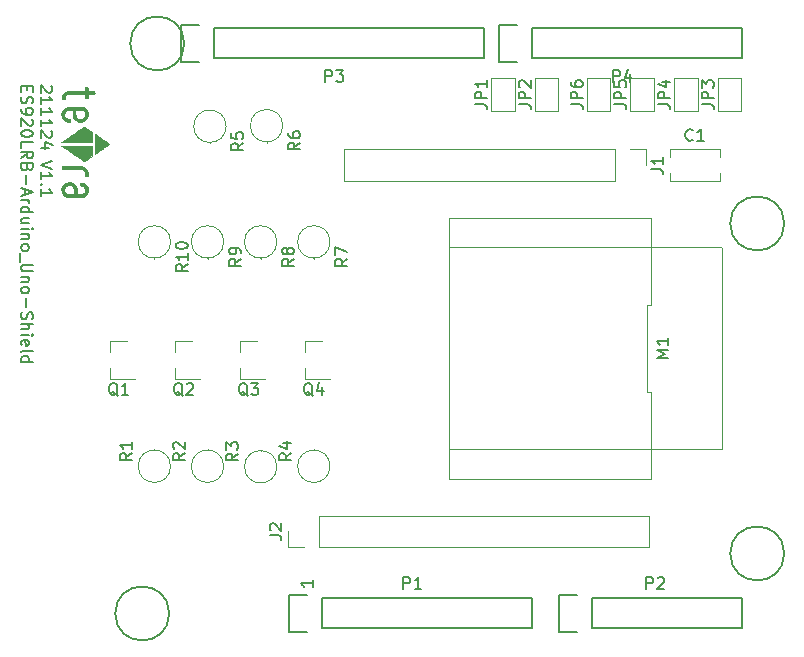
<source format=gto>
G04 #@! TF.GenerationSoftware,KiCad,Pcbnew,5.1.9-73d0e3b20d~88~ubuntu20.04.1*
G04 #@! TF.CreationDate,2021-11-24T18:57:20+09:00*
G04 #@! TF.ProjectId,ES920LRB-Arduino-Shield,45533932-304c-4524-922d-41726475696e,v1.1*
G04 #@! TF.SameCoordinates,Original*
G04 #@! TF.FileFunction,Legend,Top*
G04 #@! TF.FilePolarity,Positive*
%FSLAX46Y46*%
G04 Gerber Fmt 4.6, Leading zero omitted, Abs format (unit mm)*
G04 Created by KiCad (PCBNEW 5.1.9-73d0e3b20d~88~ubuntu20.04.1) date 2021-11-24 18:57:20*
%MOMM*%
%LPD*%
G01*
G04 APERTURE LIST*
%ADD10C,0.150000*%
%ADD11C,0.120000*%
%ADD12C,0.010000*%
G04 APERTURE END LIST*
D10*
X117275380Y-79152976D02*
X117323000Y-79200595D01*
X117370619Y-79295833D01*
X117370619Y-79533928D01*
X117323000Y-79629166D01*
X117275380Y-79676785D01*
X117180142Y-79724404D01*
X117084904Y-79724404D01*
X116942047Y-79676785D01*
X116370619Y-79105357D01*
X116370619Y-79724404D01*
X116370619Y-80676785D02*
X116370619Y-80105357D01*
X116370619Y-80391071D02*
X117370619Y-80391071D01*
X117227761Y-80295833D01*
X117132523Y-80200595D01*
X117084904Y-80105357D01*
X116370619Y-81629166D02*
X116370619Y-81057738D01*
X116370619Y-81343452D02*
X117370619Y-81343452D01*
X117227761Y-81248214D01*
X117132523Y-81152976D01*
X117084904Y-81057738D01*
X116370619Y-82581547D02*
X116370619Y-82010119D01*
X116370619Y-82295833D02*
X117370619Y-82295833D01*
X117227761Y-82200595D01*
X117132523Y-82105357D01*
X117084904Y-82010119D01*
X117275380Y-82962500D02*
X117323000Y-83010119D01*
X117370619Y-83105357D01*
X117370619Y-83343452D01*
X117323000Y-83438690D01*
X117275380Y-83486309D01*
X117180142Y-83533928D01*
X117084904Y-83533928D01*
X116942047Y-83486309D01*
X116370619Y-82914880D01*
X116370619Y-83533928D01*
X117037285Y-84391071D02*
X116370619Y-84391071D01*
X117418238Y-84152976D02*
X116703952Y-83914880D01*
X116703952Y-84533928D01*
X117370619Y-85533928D02*
X116370619Y-85867261D01*
X117370619Y-86200595D01*
X116370619Y-87057738D02*
X116370619Y-86486309D01*
X116370619Y-86772023D02*
X117370619Y-86772023D01*
X117227761Y-86676785D01*
X117132523Y-86581547D01*
X117084904Y-86486309D01*
X116465857Y-87486309D02*
X116418238Y-87533928D01*
X116370619Y-87486309D01*
X116418238Y-87438690D01*
X116465857Y-87486309D01*
X116370619Y-87486309D01*
X116370619Y-88486309D02*
X116370619Y-87914880D01*
X116370619Y-88200595D02*
X117370619Y-88200595D01*
X117227761Y-88105357D01*
X117132523Y-88010119D01*
X117084904Y-87914880D01*
X115244428Y-79200595D02*
X115244428Y-79533928D01*
X114720619Y-79676785D02*
X114720619Y-79200595D01*
X115720619Y-79200595D01*
X115720619Y-79676785D01*
X114768238Y-80057738D02*
X114720619Y-80200595D01*
X114720619Y-80438690D01*
X114768238Y-80533928D01*
X114815857Y-80581547D01*
X114911095Y-80629166D01*
X115006333Y-80629166D01*
X115101571Y-80581547D01*
X115149190Y-80533928D01*
X115196809Y-80438690D01*
X115244428Y-80248214D01*
X115292047Y-80152976D01*
X115339666Y-80105357D01*
X115434904Y-80057738D01*
X115530142Y-80057738D01*
X115625380Y-80105357D01*
X115673000Y-80152976D01*
X115720619Y-80248214D01*
X115720619Y-80486309D01*
X115673000Y-80629166D01*
X114720619Y-81105357D02*
X114720619Y-81295833D01*
X114768238Y-81391071D01*
X114815857Y-81438690D01*
X114958714Y-81533928D01*
X115149190Y-81581547D01*
X115530142Y-81581547D01*
X115625380Y-81533928D01*
X115673000Y-81486309D01*
X115720619Y-81391071D01*
X115720619Y-81200595D01*
X115673000Y-81105357D01*
X115625380Y-81057738D01*
X115530142Y-81010119D01*
X115292047Y-81010119D01*
X115196809Y-81057738D01*
X115149190Y-81105357D01*
X115101571Y-81200595D01*
X115101571Y-81391071D01*
X115149190Y-81486309D01*
X115196809Y-81533928D01*
X115292047Y-81581547D01*
X115625380Y-81962500D02*
X115673000Y-82010119D01*
X115720619Y-82105357D01*
X115720619Y-82343452D01*
X115673000Y-82438690D01*
X115625380Y-82486309D01*
X115530142Y-82533928D01*
X115434904Y-82533928D01*
X115292047Y-82486309D01*
X114720619Y-81914880D01*
X114720619Y-82533928D01*
X115720619Y-83152976D02*
X115720619Y-83248214D01*
X115673000Y-83343452D01*
X115625380Y-83391071D01*
X115530142Y-83438690D01*
X115339666Y-83486309D01*
X115101571Y-83486309D01*
X114911095Y-83438690D01*
X114815857Y-83391071D01*
X114768238Y-83343452D01*
X114720619Y-83248214D01*
X114720619Y-83152976D01*
X114768238Y-83057738D01*
X114815857Y-83010119D01*
X114911095Y-82962500D01*
X115101571Y-82914880D01*
X115339666Y-82914880D01*
X115530142Y-82962500D01*
X115625380Y-83010119D01*
X115673000Y-83057738D01*
X115720619Y-83152976D01*
X114720619Y-84391071D02*
X114720619Y-83914880D01*
X115720619Y-83914880D01*
X114720619Y-85295833D02*
X115196809Y-84962500D01*
X114720619Y-84724404D02*
X115720619Y-84724404D01*
X115720619Y-85105357D01*
X115673000Y-85200595D01*
X115625380Y-85248214D01*
X115530142Y-85295833D01*
X115387285Y-85295833D01*
X115292047Y-85248214D01*
X115244428Y-85200595D01*
X115196809Y-85105357D01*
X115196809Y-84724404D01*
X115244428Y-86057738D02*
X115196809Y-86200595D01*
X115149190Y-86248214D01*
X115053952Y-86295833D01*
X114911095Y-86295833D01*
X114815857Y-86248214D01*
X114768238Y-86200595D01*
X114720619Y-86105357D01*
X114720619Y-85724404D01*
X115720619Y-85724404D01*
X115720619Y-86057738D01*
X115673000Y-86152976D01*
X115625380Y-86200595D01*
X115530142Y-86248214D01*
X115434904Y-86248214D01*
X115339666Y-86200595D01*
X115292047Y-86152976D01*
X115244428Y-86057738D01*
X115244428Y-85724404D01*
X115101571Y-86724404D02*
X115101571Y-87486309D01*
X115006333Y-87914880D02*
X115006333Y-88391071D01*
X114720619Y-87819642D02*
X115720619Y-88152976D01*
X114720619Y-88486309D01*
X114720619Y-88819642D02*
X115387285Y-88819642D01*
X115196809Y-88819642D02*
X115292047Y-88867261D01*
X115339666Y-88914880D01*
X115387285Y-89010119D01*
X115387285Y-89105357D01*
X114720619Y-89867261D02*
X115720619Y-89867261D01*
X114768238Y-89867261D02*
X114720619Y-89772023D01*
X114720619Y-89581547D01*
X114768238Y-89486309D01*
X114815857Y-89438690D01*
X114911095Y-89391071D01*
X115196809Y-89391071D01*
X115292047Y-89438690D01*
X115339666Y-89486309D01*
X115387285Y-89581547D01*
X115387285Y-89772023D01*
X115339666Y-89867261D01*
X115387285Y-90772023D02*
X114720619Y-90772023D01*
X115387285Y-90343452D02*
X114863476Y-90343452D01*
X114768238Y-90391071D01*
X114720619Y-90486309D01*
X114720619Y-90629166D01*
X114768238Y-90724404D01*
X114815857Y-90772023D01*
X114720619Y-91248214D02*
X115387285Y-91248214D01*
X115720619Y-91248214D02*
X115673000Y-91200595D01*
X115625380Y-91248214D01*
X115673000Y-91295833D01*
X115720619Y-91248214D01*
X115625380Y-91248214D01*
X115387285Y-91724404D02*
X114720619Y-91724404D01*
X115292047Y-91724404D02*
X115339666Y-91772023D01*
X115387285Y-91867261D01*
X115387285Y-92010119D01*
X115339666Y-92105357D01*
X115244428Y-92152976D01*
X114720619Y-92152976D01*
X114720619Y-92772023D02*
X114768238Y-92676785D01*
X114815857Y-92629166D01*
X114911095Y-92581547D01*
X115196809Y-92581547D01*
X115292047Y-92629166D01*
X115339666Y-92676785D01*
X115387285Y-92772023D01*
X115387285Y-92914880D01*
X115339666Y-93010119D01*
X115292047Y-93057738D01*
X115196809Y-93105357D01*
X114911095Y-93105357D01*
X114815857Y-93057738D01*
X114768238Y-93010119D01*
X114720619Y-92914880D01*
X114720619Y-92772023D01*
X114625380Y-93295833D02*
X114625380Y-94057738D01*
X115720619Y-94295833D02*
X114911095Y-94295833D01*
X114815857Y-94343452D01*
X114768238Y-94391071D01*
X114720619Y-94486309D01*
X114720619Y-94676785D01*
X114768238Y-94772023D01*
X114815857Y-94819642D01*
X114911095Y-94867261D01*
X115720619Y-94867261D01*
X115387285Y-95343452D02*
X114720619Y-95343452D01*
X115292047Y-95343452D02*
X115339666Y-95391071D01*
X115387285Y-95486309D01*
X115387285Y-95629166D01*
X115339666Y-95724404D01*
X115244428Y-95772023D01*
X114720619Y-95772023D01*
X114720619Y-96391071D02*
X114768238Y-96295833D01*
X114815857Y-96248214D01*
X114911095Y-96200595D01*
X115196809Y-96200595D01*
X115292047Y-96248214D01*
X115339666Y-96295833D01*
X115387285Y-96391071D01*
X115387285Y-96533928D01*
X115339666Y-96629166D01*
X115292047Y-96676785D01*
X115196809Y-96724404D01*
X114911095Y-96724404D01*
X114815857Y-96676785D01*
X114768238Y-96629166D01*
X114720619Y-96533928D01*
X114720619Y-96391071D01*
X115101571Y-97152976D02*
X115101571Y-97914880D01*
X114768238Y-98343452D02*
X114720619Y-98486309D01*
X114720619Y-98724404D01*
X114768238Y-98819642D01*
X114815857Y-98867261D01*
X114911095Y-98914880D01*
X115006333Y-98914880D01*
X115101571Y-98867261D01*
X115149190Y-98819642D01*
X115196809Y-98724404D01*
X115244428Y-98533928D01*
X115292047Y-98438690D01*
X115339666Y-98391071D01*
X115434904Y-98343452D01*
X115530142Y-98343452D01*
X115625380Y-98391071D01*
X115673000Y-98438690D01*
X115720619Y-98533928D01*
X115720619Y-98772023D01*
X115673000Y-98914880D01*
X114720619Y-99343452D02*
X115720619Y-99343452D01*
X114720619Y-99772023D02*
X115244428Y-99772023D01*
X115339666Y-99724404D01*
X115387285Y-99629166D01*
X115387285Y-99486309D01*
X115339666Y-99391071D01*
X115292047Y-99343452D01*
X114720619Y-100248214D02*
X115387285Y-100248214D01*
X115720619Y-100248214D02*
X115673000Y-100200595D01*
X115625380Y-100248214D01*
X115673000Y-100295833D01*
X115720619Y-100248214D01*
X115625380Y-100248214D01*
X114768238Y-101105357D02*
X114720619Y-101010119D01*
X114720619Y-100819642D01*
X114768238Y-100724404D01*
X114863476Y-100676785D01*
X115244428Y-100676785D01*
X115339666Y-100724404D01*
X115387285Y-100819642D01*
X115387285Y-101010119D01*
X115339666Y-101105357D01*
X115244428Y-101152976D01*
X115149190Y-101152976D01*
X115053952Y-100676785D01*
X114720619Y-101724404D02*
X114768238Y-101629166D01*
X114863476Y-101581547D01*
X115720619Y-101581547D01*
X114720619Y-102533928D02*
X115720619Y-102533928D01*
X114768238Y-102533928D02*
X114720619Y-102438690D01*
X114720619Y-102248214D01*
X114768238Y-102152976D01*
X114815857Y-102105357D01*
X114911095Y-102057738D01*
X115196809Y-102057738D01*
X115292047Y-102105357D01*
X115339666Y-102152976D01*
X115387285Y-102248214D01*
X115387285Y-102438690D01*
X115339666Y-102533928D01*
X139390380Y-120999285D02*
X139390380Y-121570714D01*
X139390380Y-121285000D02*
X138390380Y-121285000D01*
X138533238Y-121380238D01*
X138628476Y-121475476D01*
X138676095Y-121570714D01*
D11*
G04 #@! TO.C,M1*
X150948000Y-92865000D02*
X150948000Y-109865000D01*
X173998000Y-92815000D02*
X150998000Y-92815000D01*
X174048000Y-109865000D02*
X174048000Y-92865000D01*
X150998000Y-109915000D02*
X173998000Y-109915000D01*
X168068000Y-97681667D02*
X168068000Y-90315000D01*
X167708000Y-97681667D02*
X168068000Y-97681667D01*
X167708000Y-105048333D02*
X167708000Y-97681667D01*
X168068000Y-105048333D02*
X167708000Y-105048333D01*
X168068000Y-112415000D02*
X168068000Y-105048333D01*
X150928000Y-112415000D02*
X168068000Y-112415000D01*
X150928000Y-90315000D02*
X150928000Y-112415000D01*
X168068000Y-90315000D02*
X150928000Y-90315000D01*
G04 #@! TO.C,JP6*
X162598000Y-81265000D02*
X162598000Y-78465000D01*
X162598000Y-78465000D02*
X164598000Y-78465000D01*
X164598000Y-78465000D02*
X164598000Y-81265000D01*
X164598000Y-81265000D02*
X162598000Y-81265000D01*
G04 #@! TO.C,JP5*
X166298000Y-81265000D02*
X166298000Y-78465000D01*
X166298000Y-78465000D02*
X168298000Y-78465000D01*
X168298000Y-78465000D02*
X168298000Y-81265000D01*
X168298000Y-81265000D02*
X166298000Y-81265000D01*
G04 #@! TO.C,JP4*
X171998000Y-81265000D02*
X169998000Y-81265000D01*
X171998000Y-78465000D02*
X171998000Y-81265000D01*
X169998000Y-78465000D02*
X171998000Y-78465000D01*
X169998000Y-81265000D02*
X169998000Y-78465000D01*
G04 #@! TO.C,R10*
X125998000Y-93735000D02*
X125998000Y-93805000D01*
X127368000Y-92365000D02*
G75*
G03*
X127368000Y-92365000I-1370000J0D01*
G01*
G04 #@! TO.C,R9*
X130498000Y-93735000D02*
X130498000Y-93805000D01*
X131868000Y-92365000D02*
G75*
G03*
X131868000Y-92365000I-1370000J0D01*
G01*
G04 #@! TO.C,R8*
X134998000Y-93735000D02*
X134998000Y-93805000D01*
X136368000Y-92365000D02*
G75*
G03*
X136368000Y-92365000I-1370000J0D01*
G01*
G04 #@! TO.C,R7*
X139498000Y-93735000D02*
X139498000Y-93805000D01*
X140868000Y-92365000D02*
G75*
G03*
X140868000Y-92365000I-1370000J0D01*
G01*
G04 #@! TO.C,R6*
X135498000Y-83895000D02*
X135498000Y-83965000D01*
X136868000Y-82525000D02*
G75*
G03*
X136868000Y-82525000I-1370000J0D01*
G01*
G04 #@! TO.C,R4*
X139498000Y-109995000D02*
X139498000Y-109925000D01*
X140868000Y-111365000D02*
G75*
G03*
X140868000Y-111365000I-1370000J0D01*
G01*
G04 #@! TO.C,Q4*
X138738000Y-100785000D02*
X140198000Y-100785000D01*
X138738000Y-103945000D02*
X140898000Y-103945000D01*
X138738000Y-103945000D02*
X138738000Y-103015000D01*
X138738000Y-100785000D02*
X138738000Y-101715000D01*
G04 #@! TO.C,Q3*
X133238000Y-100785000D02*
X134698000Y-100785000D01*
X133238000Y-103945000D02*
X135398000Y-103945000D01*
X133238000Y-103945000D02*
X133238000Y-103015000D01*
X133238000Y-100785000D02*
X133238000Y-101715000D01*
G04 #@! TO.C,Q2*
X127738000Y-100785000D02*
X129198000Y-100785000D01*
X127738000Y-103945000D02*
X129898000Y-103945000D01*
X127738000Y-103945000D02*
X127738000Y-103015000D01*
X127738000Y-100785000D02*
X127738000Y-101715000D01*
G04 #@! TO.C,Q1*
X122238000Y-100785000D02*
X123698000Y-100785000D01*
X122238000Y-103945000D02*
X124398000Y-103945000D01*
X122238000Y-103945000D02*
X122238000Y-103015000D01*
X122238000Y-100785000D02*
X122238000Y-101715000D01*
D12*
G04 #@! TO.C,L1*
G36*
X122118726Y-84087252D02*
G01*
X122109610Y-84107807D01*
X122101173Y-84114856D01*
X122080082Y-84130607D01*
X122047632Y-84154159D01*
X122005114Y-84184611D01*
X121953823Y-84221061D01*
X121895051Y-84262609D01*
X121830092Y-84308353D01*
X121760240Y-84357393D01*
X121686787Y-84408827D01*
X121611027Y-84461753D01*
X121534253Y-84515272D01*
X121457758Y-84568481D01*
X121382836Y-84620479D01*
X121310781Y-84670366D01*
X121242884Y-84717240D01*
X121180441Y-84760200D01*
X121124743Y-84798345D01*
X121077084Y-84830773D01*
X121038758Y-84856585D01*
X121011058Y-84874877D01*
X120995277Y-84884750D01*
X120992568Y-84886149D01*
X120990342Y-84885872D01*
X120988376Y-84882586D01*
X120986654Y-84875326D01*
X120985158Y-84863124D01*
X120983874Y-84845015D01*
X120982786Y-84820032D01*
X120981879Y-84787209D01*
X120981135Y-84745579D01*
X120980540Y-84694176D01*
X120980077Y-84632035D01*
X120979732Y-84558188D01*
X120979488Y-84471670D01*
X120979328Y-84371513D01*
X120979239Y-84256753D01*
X120979203Y-84126422D01*
X120979200Y-84068200D01*
X120979216Y-83931404D01*
X120979276Y-83810571D01*
X120979396Y-83704728D01*
X120979592Y-83612903D01*
X120979881Y-83534126D01*
X120980278Y-83467424D01*
X120980801Y-83411827D01*
X120981466Y-83366362D01*
X120982289Y-83330058D01*
X120983286Y-83301944D01*
X120984475Y-83281048D01*
X120985870Y-83266399D01*
X120987490Y-83257025D01*
X120989349Y-83251954D01*
X120991465Y-83250215D01*
X120992985Y-83250411D01*
X121003799Y-83256665D01*
X121027017Y-83271623D01*
X121061351Y-83294394D01*
X121105514Y-83324086D01*
X121158217Y-83359807D01*
X121218172Y-83400667D01*
X121284091Y-83445774D01*
X121354684Y-83494235D01*
X121428665Y-83545161D01*
X121504745Y-83597659D01*
X121581635Y-83650838D01*
X121658047Y-83703807D01*
X121732693Y-83755673D01*
X121804285Y-83805546D01*
X121871535Y-83852534D01*
X121933154Y-83895745D01*
X121987854Y-83934289D01*
X122034346Y-83967273D01*
X122071343Y-83993806D01*
X122097556Y-84012997D01*
X122111698Y-84023954D01*
X122113821Y-84026029D01*
X122121589Y-84055270D01*
X122118726Y-84087252D01*
G37*
X122118726Y-84087252D02*
X122109610Y-84107807D01*
X122101173Y-84114856D01*
X122080082Y-84130607D01*
X122047632Y-84154159D01*
X122005114Y-84184611D01*
X121953823Y-84221061D01*
X121895051Y-84262609D01*
X121830092Y-84308353D01*
X121760240Y-84357393D01*
X121686787Y-84408827D01*
X121611027Y-84461753D01*
X121534253Y-84515272D01*
X121457758Y-84568481D01*
X121382836Y-84620479D01*
X121310781Y-84670366D01*
X121242884Y-84717240D01*
X121180441Y-84760200D01*
X121124743Y-84798345D01*
X121077084Y-84830773D01*
X121038758Y-84856585D01*
X121011058Y-84874877D01*
X120995277Y-84884750D01*
X120992568Y-84886149D01*
X120990342Y-84885872D01*
X120988376Y-84882586D01*
X120986654Y-84875326D01*
X120985158Y-84863124D01*
X120983874Y-84845015D01*
X120982786Y-84820032D01*
X120981879Y-84787209D01*
X120981135Y-84745579D01*
X120980540Y-84694176D01*
X120980077Y-84632035D01*
X120979732Y-84558188D01*
X120979488Y-84471670D01*
X120979328Y-84371513D01*
X120979239Y-84256753D01*
X120979203Y-84126422D01*
X120979200Y-84068200D01*
X120979216Y-83931404D01*
X120979276Y-83810571D01*
X120979396Y-83704728D01*
X120979592Y-83612903D01*
X120979881Y-83534126D01*
X120980278Y-83467424D01*
X120980801Y-83411827D01*
X120981466Y-83366362D01*
X120982289Y-83330058D01*
X120983286Y-83301944D01*
X120984475Y-83281048D01*
X120985870Y-83266399D01*
X120987490Y-83257025D01*
X120989349Y-83251954D01*
X120991465Y-83250215D01*
X120992985Y-83250411D01*
X121003799Y-83256665D01*
X121027017Y-83271623D01*
X121061351Y-83294394D01*
X121105514Y-83324086D01*
X121158217Y-83359807D01*
X121218172Y-83400667D01*
X121284091Y-83445774D01*
X121354684Y-83494235D01*
X121428665Y-83545161D01*
X121504745Y-83597659D01*
X121581635Y-83650838D01*
X121658047Y-83703807D01*
X121732693Y-83755673D01*
X121804285Y-83805546D01*
X121871535Y-83852534D01*
X121933154Y-83895745D01*
X121987854Y-83934289D01*
X122034346Y-83967273D01*
X122071343Y-83993806D01*
X122097556Y-84012997D01*
X122111698Y-84023954D01*
X122113821Y-84026029D01*
X122121589Y-84055270D01*
X122118726Y-84087252D01*
G36*
X120352216Y-86735026D02*
G01*
X120349201Y-86767200D01*
X120341765Y-86788780D01*
X120328499Y-86801878D01*
X120307993Y-86808607D01*
X120278838Y-86811078D01*
X120239625Y-86811406D01*
X120229900Y-86811400D01*
X120188026Y-86811227D01*
X120156948Y-86809245D01*
X120135059Y-86803259D01*
X120120749Y-86791073D01*
X120112410Y-86770491D01*
X120108433Y-86739319D01*
X120107210Y-86695360D01*
X120107134Y-86643845D01*
X120106099Y-86573949D01*
X120102588Y-86517433D01*
X120095987Y-86470848D01*
X120085684Y-86430744D01*
X120071067Y-86393671D01*
X120058172Y-86368103D01*
X120015606Y-86306985D01*
X119960224Y-86255238D01*
X119894247Y-86214447D01*
X119819899Y-86186200D01*
X119794900Y-86180111D01*
X119782267Y-86178001D01*
X119764838Y-86176142D01*
X119741600Y-86174520D01*
X119711541Y-86173121D01*
X119673646Y-86171928D01*
X119626902Y-86170928D01*
X119570296Y-86170106D01*
X119502815Y-86169447D01*
X119423446Y-86168936D01*
X119331175Y-86168559D01*
X119224989Y-86168300D01*
X119103874Y-86168145D01*
X118969927Y-86168080D01*
X118815599Y-86167953D01*
X118678183Y-86167634D01*
X118557658Y-86167123D01*
X118454003Y-86166420D01*
X118367197Y-86165524D01*
X118297220Y-86164435D01*
X118244052Y-86163153D01*
X118207670Y-86161678D01*
X118188056Y-86160009D01*
X118184644Y-86159169D01*
X118177629Y-86153904D01*
X118172948Y-86144982D01*
X118170138Y-86129329D01*
X118168738Y-86103872D01*
X118168287Y-86065537D01*
X118168267Y-86050139D01*
X118168830Y-86003358D01*
X118170689Y-85971113D01*
X118174096Y-85951039D01*
X118179302Y-85940771D01*
X118180012Y-85940126D01*
X118186733Y-85938401D01*
X118202922Y-85936901D01*
X118229269Y-85935621D01*
X118266467Y-85934555D01*
X118315204Y-85933696D01*
X118376171Y-85933039D01*
X118450060Y-85932577D01*
X118537561Y-85932305D01*
X118639365Y-85932217D01*
X118756162Y-85932305D01*
X118888642Y-85932565D01*
X119007629Y-85932896D01*
X119823500Y-85935415D01*
X119886768Y-85954859D01*
X119987362Y-85993741D01*
X120076887Y-86044968D01*
X120154811Y-86108096D01*
X120220601Y-86182683D01*
X120273725Y-86268286D01*
X120280656Y-86282233D01*
X120302996Y-86332220D01*
X120320041Y-86379929D01*
X120332548Y-86429125D01*
X120341274Y-86483577D01*
X120346976Y-86547050D01*
X120350411Y-86623310D01*
X120350621Y-86630442D01*
X120352220Y-86690144D01*
X120352216Y-86735026D01*
G37*
X120352216Y-86735026D02*
X120349201Y-86767200D01*
X120341765Y-86788780D01*
X120328499Y-86801878D01*
X120307993Y-86808607D01*
X120278838Y-86811078D01*
X120239625Y-86811406D01*
X120229900Y-86811400D01*
X120188026Y-86811227D01*
X120156948Y-86809245D01*
X120135059Y-86803259D01*
X120120749Y-86791073D01*
X120112410Y-86770491D01*
X120108433Y-86739319D01*
X120107210Y-86695360D01*
X120107134Y-86643845D01*
X120106099Y-86573949D01*
X120102588Y-86517433D01*
X120095987Y-86470848D01*
X120085684Y-86430744D01*
X120071067Y-86393671D01*
X120058172Y-86368103D01*
X120015606Y-86306985D01*
X119960224Y-86255238D01*
X119894247Y-86214447D01*
X119819899Y-86186200D01*
X119794900Y-86180111D01*
X119782267Y-86178001D01*
X119764838Y-86176142D01*
X119741600Y-86174520D01*
X119711541Y-86173121D01*
X119673646Y-86171928D01*
X119626902Y-86170928D01*
X119570296Y-86170106D01*
X119502815Y-86169447D01*
X119423446Y-86168936D01*
X119331175Y-86168559D01*
X119224989Y-86168300D01*
X119103874Y-86168145D01*
X118969927Y-86168080D01*
X118815599Y-86167953D01*
X118678183Y-86167634D01*
X118557658Y-86167123D01*
X118454003Y-86166420D01*
X118367197Y-86165524D01*
X118297220Y-86164435D01*
X118244052Y-86163153D01*
X118207670Y-86161678D01*
X118188056Y-86160009D01*
X118184644Y-86159169D01*
X118177629Y-86153904D01*
X118172948Y-86144982D01*
X118170138Y-86129329D01*
X118168738Y-86103872D01*
X118168287Y-86065537D01*
X118168267Y-86050139D01*
X118168830Y-86003358D01*
X118170689Y-85971113D01*
X118174096Y-85951039D01*
X118179302Y-85940771D01*
X118180012Y-85940126D01*
X118186733Y-85938401D01*
X118202922Y-85936901D01*
X118229269Y-85935621D01*
X118266467Y-85934555D01*
X118315204Y-85933696D01*
X118376171Y-85933039D01*
X118450060Y-85932577D01*
X118537561Y-85932305D01*
X118639365Y-85932217D01*
X118756162Y-85932305D01*
X118888642Y-85932565D01*
X119007629Y-85932896D01*
X119823500Y-85935415D01*
X119886768Y-85954859D01*
X119987362Y-85993741D01*
X120076887Y-86044968D01*
X120154811Y-86108096D01*
X120220601Y-86182683D01*
X120273725Y-86268286D01*
X120280656Y-86282233D01*
X120302996Y-86332220D01*
X120320041Y-86379929D01*
X120332548Y-86429125D01*
X120341274Y-86483577D01*
X120346976Y-86547050D01*
X120350411Y-86623310D01*
X120350621Y-86630442D01*
X120352220Y-86690144D01*
X120352216Y-86735026D01*
G36*
X120949197Y-79789345D02*
G01*
X120948417Y-79790712D01*
X120944757Y-79794592D01*
X120938045Y-79797748D01*
X120926602Y-79800272D01*
X120908750Y-79802256D01*
X120882808Y-79803791D01*
X120847099Y-79804970D01*
X120799943Y-79805884D01*
X120739661Y-79806625D01*
X120664575Y-79807284D01*
X120641730Y-79807458D01*
X120344200Y-79809683D01*
X120344200Y-79995361D01*
X120344261Y-80060702D01*
X120343719Y-80111061D01*
X120341488Y-80148382D01*
X120336479Y-80174610D01*
X120327607Y-80191689D01*
X120313784Y-80201564D01*
X120293923Y-80206180D01*
X120266938Y-80207480D01*
X120231741Y-80207409D01*
X120225667Y-80207400D01*
X120189173Y-80207510D01*
X120161038Y-80206548D01*
X120140179Y-80202569D01*
X120125512Y-80193631D01*
X120115953Y-80177794D01*
X120110418Y-80153113D01*
X120107825Y-80117646D01*
X120107090Y-80069452D01*
X120107128Y-80006587D01*
X120107133Y-79994923D01*
X120107133Y-79808806D01*
X119423450Y-79811673D01*
X119298504Y-79812222D01*
X119189323Y-79812773D01*
X119094741Y-79813352D01*
X119013590Y-79813988D01*
X118944702Y-79814708D01*
X118886911Y-79815541D01*
X118839048Y-79816513D01*
X118799947Y-79817652D01*
X118768439Y-79818987D01*
X118743358Y-79820545D01*
X118723537Y-79822353D01*
X118707806Y-79824440D01*
X118695000Y-79826834D01*
X118685181Y-79829227D01*
X118604267Y-79857333D01*
X118537395Y-79894487D01*
X118484064Y-79941066D01*
X118443771Y-79997449D01*
X118432956Y-80018912D01*
X118421060Y-80049376D01*
X118413407Y-80081772D01*
X118408803Y-80122065D01*
X118407253Y-80147395D01*
X118404660Y-80183647D01*
X118401035Y-80213975D01*
X118396966Y-80234058D01*
X118394769Y-80239150D01*
X118382690Y-80243922D01*
X118357931Y-80247358D01*
X118324691Y-80249448D01*
X118287171Y-80250184D01*
X118249570Y-80249559D01*
X118216089Y-80247563D01*
X118190929Y-80244190D01*
X118178427Y-80239573D01*
X118172704Y-80224881D01*
X118169375Y-80197264D01*
X118168336Y-80160543D01*
X118169481Y-80118542D01*
X118172705Y-80075082D01*
X118177903Y-80033986D01*
X118184970Y-79999077D01*
X118185043Y-79998798D01*
X118216767Y-79908524D01*
X118261834Y-79828629D01*
X118320151Y-79759191D01*
X118391622Y-79700285D01*
X118476152Y-79651987D01*
X118573648Y-79614376D01*
X118684014Y-79587526D01*
X118696426Y-79585321D01*
X118712859Y-79582883D01*
X118732653Y-79580761D01*
X118756987Y-79578934D01*
X118787043Y-79577383D01*
X118824002Y-79576087D01*
X118869045Y-79575024D01*
X118923354Y-79574174D01*
X118988109Y-79573518D01*
X119064491Y-79573034D01*
X119153682Y-79572701D01*
X119256863Y-79572500D01*
X119375215Y-79572410D01*
X119439376Y-79572400D01*
X120107133Y-79572400D01*
X120107133Y-79433180D01*
X120107223Y-79376404D01*
X120108544Y-79334350D01*
X120112676Y-79304812D01*
X120121201Y-79285581D01*
X120135697Y-79274452D01*
X120157745Y-79269216D01*
X120188926Y-79267667D01*
X120225667Y-79267600D01*
X120266311Y-79267724D01*
X120296416Y-79269569D01*
X120317561Y-79275342D01*
X120331328Y-79287250D01*
X120339295Y-79307500D01*
X120343043Y-79338300D01*
X120344152Y-79381856D01*
X120344200Y-79433180D01*
X120344200Y-79572400D01*
X120842228Y-79572400D01*
X120862031Y-79596285D01*
X120874275Y-79614225D01*
X120890944Y-79642853D01*
X120909380Y-79677476D01*
X120919704Y-79698180D01*
X120937317Y-79735842D01*
X120947505Y-79761658D01*
X120951165Y-79778526D01*
X120949197Y-79789345D01*
G37*
X120949197Y-79789345D02*
X120948417Y-79790712D01*
X120944757Y-79794592D01*
X120938045Y-79797748D01*
X120926602Y-79800272D01*
X120908750Y-79802256D01*
X120882808Y-79803791D01*
X120847099Y-79804970D01*
X120799943Y-79805884D01*
X120739661Y-79806625D01*
X120664575Y-79807284D01*
X120641730Y-79807458D01*
X120344200Y-79809683D01*
X120344200Y-79995361D01*
X120344261Y-80060702D01*
X120343719Y-80111061D01*
X120341488Y-80148382D01*
X120336479Y-80174610D01*
X120327607Y-80191689D01*
X120313784Y-80201564D01*
X120293923Y-80206180D01*
X120266938Y-80207480D01*
X120231741Y-80207409D01*
X120225667Y-80207400D01*
X120189173Y-80207510D01*
X120161038Y-80206548D01*
X120140179Y-80202569D01*
X120125512Y-80193631D01*
X120115953Y-80177794D01*
X120110418Y-80153113D01*
X120107825Y-80117646D01*
X120107090Y-80069452D01*
X120107128Y-80006587D01*
X120107133Y-79994923D01*
X120107133Y-79808806D01*
X119423450Y-79811673D01*
X119298504Y-79812222D01*
X119189323Y-79812773D01*
X119094741Y-79813352D01*
X119013590Y-79813988D01*
X118944702Y-79814708D01*
X118886911Y-79815541D01*
X118839048Y-79816513D01*
X118799947Y-79817652D01*
X118768439Y-79818987D01*
X118743358Y-79820545D01*
X118723537Y-79822353D01*
X118707806Y-79824440D01*
X118695000Y-79826834D01*
X118685181Y-79829227D01*
X118604267Y-79857333D01*
X118537395Y-79894487D01*
X118484064Y-79941066D01*
X118443771Y-79997449D01*
X118432956Y-80018912D01*
X118421060Y-80049376D01*
X118413407Y-80081772D01*
X118408803Y-80122065D01*
X118407253Y-80147395D01*
X118404660Y-80183647D01*
X118401035Y-80213975D01*
X118396966Y-80234058D01*
X118394769Y-80239150D01*
X118382690Y-80243922D01*
X118357931Y-80247358D01*
X118324691Y-80249448D01*
X118287171Y-80250184D01*
X118249570Y-80249559D01*
X118216089Y-80247563D01*
X118190929Y-80244190D01*
X118178427Y-80239573D01*
X118172704Y-80224881D01*
X118169375Y-80197264D01*
X118168336Y-80160543D01*
X118169481Y-80118542D01*
X118172705Y-80075082D01*
X118177903Y-80033986D01*
X118184970Y-79999077D01*
X118185043Y-79998798D01*
X118216767Y-79908524D01*
X118261834Y-79828629D01*
X118320151Y-79759191D01*
X118391622Y-79700285D01*
X118476152Y-79651987D01*
X118573648Y-79614376D01*
X118684014Y-79587526D01*
X118696426Y-79585321D01*
X118712859Y-79582883D01*
X118732653Y-79580761D01*
X118756987Y-79578934D01*
X118787043Y-79577383D01*
X118824002Y-79576087D01*
X118869045Y-79575024D01*
X118923354Y-79574174D01*
X118988109Y-79573518D01*
X119064491Y-79573034D01*
X119153682Y-79572701D01*
X119256863Y-79572500D01*
X119375215Y-79572410D01*
X119439376Y-79572400D01*
X120107133Y-79572400D01*
X120107133Y-79433180D01*
X120107223Y-79376404D01*
X120108544Y-79334350D01*
X120112676Y-79304812D01*
X120121201Y-79285581D01*
X120135697Y-79274452D01*
X120157745Y-79269216D01*
X120188926Y-79267667D01*
X120225667Y-79267600D01*
X120266311Y-79267724D01*
X120296416Y-79269569D01*
X120317561Y-79275342D01*
X120331328Y-79287250D01*
X120339295Y-79307500D01*
X120343043Y-79338300D01*
X120344152Y-79381856D01*
X120344200Y-79433180D01*
X120344200Y-79572400D01*
X120842228Y-79572400D01*
X120862031Y-79596285D01*
X120874275Y-79614225D01*
X120890944Y-79642853D01*
X120909380Y-79677476D01*
X120919704Y-79698180D01*
X120937317Y-79735842D01*
X120947505Y-79761658D01*
X120951165Y-79778526D01*
X120949197Y-79789345D01*
G36*
X120373210Y-87962867D02*
G01*
X120372888Y-88014836D01*
X120371785Y-88053916D01*
X120369440Y-88084149D01*
X120365391Y-88109577D01*
X120359174Y-88134240D01*
X120350443Y-88161833D01*
X120310737Y-88256341D01*
X120258313Y-88339708D01*
X120193136Y-88411970D01*
X120115167Y-88473161D01*
X120024369Y-88523318D01*
X119924785Y-88561217D01*
X119848900Y-88584804D01*
X119291904Y-88587498D01*
X119177750Y-88588002D01*
X119079175Y-88588315D01*
X118994825Y-88588414D01*
X118923347Y-88588276D01*
X118863388Y-88587879D01*
X118813593Y-88587200D01*
X118772609Y-88586217D01*
X118739082Y-88584906D01*
X118711659Y-88583246D01*
X118688987Y-88581212D01*
X118669711Y-88578784D01*
X118657782Y-88576883D01*
X118556177Y-88551637D01*
X118462520Y-88512873D01*
X118378042Y-88461610D01*
X118303975Y-88398867D01*
X118241549Y-88325662D01*
X118191996Y-88243012D01*
X118160909Y-88166067D01*
X118136583Y-88063977D01*
X118127735Y-87958567D01*
X118134708Y-87853985D01*
X118134882Y-87852800D01*
X118157516Y-87754698D01*
X118194860Y-87662888D01*
X118245741Y-87579002D01*
X118308982Y-87504675D01*
X118383408Y-87441542D01*
X118466227Y-87392028D01*
X118527621Y-87364278D01*
X118584528Y-87344410D01*
X118643711Y-87330514D01*
X118711931Y-87320682D01*
X118723537Y-87319421D01*
X118762301Y-87317822D01*
X118762301Y-87551093D01*
X118755084Y-87551673D01*
X118667306Y-87566295D01*
X118588984Y-87593292D01*
X118521108Y-87631926D01*
X118464670Y-87681459D01*
X118420660Y-87741152D01*
X118390069Y-87810267D01*
X118385040Y-87827400D01*
X118375534Y-87880545D01*
X118372006Y-87941741D01*
X118374364Y-88004095D01*
X118382515Y-88060712D01*
X118388499Y-88083961D01*
X118402311Y-88120619D01*
X118420230Y-88157818D01*
X118433546Y-88180102D01*
X118468728Y-88221324D01*
X118515154Y-88261071D01*
X118567345Y-88295220D01*
X118618139Y-88319037D01*
X118634291Y-88324667D01*
X118650000Y-88329150D01*
X118667446Y-88332646D01*
X118688810Y-88335316D01*
X118716273Y-88337321D01*
X118752015Y-88338822D01*
X118798217Y-88339978D01*
X118857060Y-88340951D01*
X118928150Y-88341870D01*
X119184267Y-88344984D01*
X119184267Y-88113371D01*
X119184026Y-88034911D01*
X119183103Y-87971008D01*
X119181196Y-87919289D01*
X119178003Y-87877380D01*
X119173222Y-87842910D01*
X119166552Y-87813505D01*
X119157690Y-87786792D01*
X119146336Y-87760399D01*
X119136939Y-87741231D01*
X119098360Y-87683249D01*
X119047099Y-87634227D01*
X118985510Y-87595332D01*
X118915945Y-87567733D01*
X118840758Y-87552598D01*
X118762301Y-87551093D01*
X118762301Y-87317822D01*
X118806597Y-87315994D01*
X118892001Y-87321931D01*
X118971990Y-87336597D01*
X118988719Y-87341114D01*
X119070580Y-87372604D01*
X119149215Y-87417740D01*
X119221570Y-87473999D01*
X119284585Y-87538858D01*
X119335205Y-87609793D01*
X119352202Y-87641133D01*
X119370784Y-87680220D01*
X119385858Y-87715805D01*
X119397830Y-87750353D01*
X119407103Y-87786325D01*
X119414081Y-87826185D01*
X119419170Y-87872397D01*
X119422773Y-87927424D01*
X119425295Y-87993728D01*
X119427140Y-88073772D01*
X119427616Y-88100450D01*
X119431909Y-88352333D01*
X119590977Y-88352333D01*
X119672478Y-88351349D01*
X119740020Y-88348111D01*
X119796476Y-88342195D01*
X119844723Y-88333174D01*
X119887633Y-88320622D01*
X119928082Y-88304115D01*
X119933417Y-88301605D01*
X119997409Y-88262052D01*
X120050889Y-88210578D01*
X120092769Y-88149330D01*
X120121959Y-88080455D01*
X120137371Y-88006101D01*
X120137915Y-87928416D01*
X120134924Y-87904181D01*
X120115371Y-87827868D01*
X120082062Y-87761213D01*
X120035404Y-87704590D01*
X119975805Y-87658374D01*
X119903670Y-87622938D01*
X119819406Y-87598657D01*
X119798930Y-87594789D01*
X119764007Y-87587975D01*
X119734840Y-87580818D01*
X119715958Y-87574491D01*
X119712147Y-87572332D01*
X119707436Y-87560218D01*
X119703888Y-87535466D01*
X119701566Y-87502335D01*
X119700534Y-87465085D01*
X119700855Y-87427977D01*
X119702592Y-87395268D01*
X119705808Y-87371220D01*
X119709027Y-87361733D01*
X119723606Y-87353338D01*
X119751208Y-87350317D01*
X119788972Y-87352179D01*
X119834034Y-87358430D01*
X119883534Y-87368580D01*
X119934609Y-87382137D01*
X119984396Y-87398610D01*
X120027899Y-87416513D01*
X120118724Y-87466158D01*
X120195608Y-87525035D01*
X120259302Y-87593953D01*
X120310556Y-87673723D01*
X120349711Y-87763981D01*
X120358866Y-87791270D01*
X120365301Y-87814835D01*
X120369485Y-87838647D01*
X120371887Y-87866675D01*
X120372976Y-87902891D01*
X120373222Y-87951266D01*
X120373210Y-87962867D01*
G37*
X120373210Y-87962867D02*
X120372888Y-88014836D01*
X120371785Y-88053916D01*
X120369440Y-88084149D01*
X120365391Y-88109577D01*
X120359174Y-88134240D01*
X120350443Y-88161833D01*
X120310737Y-88256341D01*
X120258313Y-88339708D01*
X120193136Y-88411970D01*
X120115167Y-88473161D01*
X120024369Y-88523318D01*
X119924785Y-88561217D01*
X119848900Y-88584804D01*
X119291904Y-88587498D01*
X119177750Y-88588002D01*
X119079175Y-88588315D01*
X118994825Y-88588414D01*
X118923347Y-88588276D01*
X118863388Y-88587879D01*
X118813593Y-88587200D01*
X118772609Y-88586217D01*
X118739082Y-88584906D01*
X118711659Y-88583246D01*
X118688987Y-88581212D01*
X118669711Y-88578784D01*
X118657782Y-88576883D01*
X118556177Y-88551637D01*
X118462520Y-88512873D01*
X118378042Y-88461610D01*
X118303975Y-88398867D01*
X118241549Y-88325662D01*
X118191996Y-88243012D01*
X118160909Y-88166067D01*
X118136583Y-88063977D01*
X118127735Y-87958567D01*
X118134708Y-87853985D01*
X118134882Y-87852800D01*
X118157516Y-87754698D01*
X118194860Y-87662888D01*
X118245741Y-87579002D01*
X118308982Y-87504675D01*
X118383408Y-87441542D01*
X118466227Y-87392028D01*
X118527621Y-87364278D01*
X118584528Y-87344410D01*
X118643711Y-87330514D01*
X118711931Y-87320682D01*
X118723537Y-87319421D01*
X118762301Y-87317822D01*
X118762301Y-87551093D01*
X118755084Y-87551673D01*
X118667306Y-87566295D01*
X118588984Y-87593292D01*
X118521108Y-87631926D01*
X118464670Y-87681459D01*
X118420660Y-87741152D01*
X118390069Y-87810267D01*
X118385040Y-87827400D01*
X118375534Y-87880545D01*
X118372006Y-87941741D01*
X118374364Y-88004095D01*
X118382515Y-88060712D01*
X118388499Y-88083961D01*
X118402311Y-88120619D01*
X118420230Y-88157818D01*
X118433546Y-88180102D01*
X118468728Y-88221324D01*
X118515154Y-88261071D01*
X118567345Y-88295220D01*
X118618139Y-88319037D01*
X118634291Y-88324667D01*
X118650000Y-88329150D01*
X118667446Y-88332646D01*
X118688810Y-88335316D01*
X118716273Y-88337321D01*
X118752015Y-88338822D01*
X118798217Y-88339978D01*
X118857060Y-88340951D01*
X118928150Y-88341870D01*
X119184267Y-88344984D01*
X119184267Y-88113371D01*
X119184026Y-88034911D01*
X119183103Y-87971008D01*
X119181196Y-87919289D01*
X119178003Y-87877380D01*
X119173222Y-87842910D01*
X119166552Y-87813505D01*
X119157690Y-87786792D01*
X119146336Y-87760399D01*
X119136939Y-87741231D01*
X119098360Y-87683249D01*
X119047099Y-87634227D01*
X118985510Y-87595332D01*
X118915945Y-87567733D01*
X118840758Y-87552598D01*
X118762301Y-87551093D01*
X118762301Y-87317822D01*
X118806597Y-87315994D01*
X118892001Y-87321931D01*
X118971990Y-87336597D01*
X118988719Y-87341114D01*
X119070580Y-87372604D01*
X119149215Y-87417740D01*
X119221570Y-87473999D01*
X119284585Y-87538858D01*
X119335205Y-87609793D01*
X119352202Y-87641133D01*
X119370784Y-87680220D01*
X119385858Y-87715805D01*
X119397830Y-87750353D01*
X119407103Y-87786325D01*
X119414081Y-87826185D01*
X119419170Y-87872397D01*
X119422773Y-87927424D01*
X119425295Y-87993728D01*
X119427140Y-88073772D01*
X119427616Y-88100450D01*
X119431909Y-88352333D01*
X119590977Y-88352333D01*
X119672478Y-88351349D01*
X119740020Y-88348111D01*
X119796476Y-88342195D01*
X119844723Y-88333174D01*
X119887633Y-88320622D01*
X119928082Y-88304115D01*
X119933417Y-88301605D01*
X119997409Y-88262052D01*
X120050889Y-88210578D01*
X120092769Y-88149330D01*
X120121959Y-88080455D01*
X120137371Y-88006101D01*
X120137915Y-87928416D01*
X120134924Y-87904181D01*
X120115371Y-87827868D01*
X120082062Y-87761213D01*
X120035404Y-87704590D01*
X119975805Y-87658374D01*
X119903670Y-87622938D01*
X119819406Y-87598657D01*
X119798930Y-87594789D01*
X119764007Y-87587975D01*
X119734840Y-87580818D01*
X119715958Y-87574491D01*
X119712147Y-87572332D01*
X119707436Y-87560218D01*
X119703888Y-87535466D01*
X119701566Y-87502335D01*
X119700534Y-87465085D01*
X119700855Y-87427977D01*
X119702592Y-87395268D01*
X119705808Y-87371220D01*
X119709027Y-87361733D01*
X119723606Y-87353338D01*
X119751208Y-87350317D01*
X119788972Y-87352179D01*
X119834034Y-87358430D01*
X119883534Y-87368580D01*
X119934609Y-87382137D01*
X119984396Y-87398610D01*
X120027899Y-87416513D01*
X120118724Y-87466158D01*
X120195608Y-87525035D01*
X120259302Y-87593953D01*
X120310556Y-87673723D01*
X120349711Y-87763981D01*
X120358866Y-87791270D01*
X120365301Y-87814835D01*
X120369485Y-87838647D01*
X120371887Y-87866675D01*
X120372976Y-87902891D01*
X120373222Y-87951266D01*
X120373210Y-87962867D01*
G36*
X120435874Y-85274899D02*
G01*
X120373668Y-85317895D01*
X120314949Y-85358309D01*
X120261368Y-85395016D01*
X120214576Y-85426894D01*
X120176223Y-85452820D01*
X120147959Y-85471669D01*
X120131435Y-85482320D01*
X120128957Y-85483779D01*
X120082525Y-85500476D01*
X120032451Y-85503507D01*
X119999626Y-85497318D01*
X119989174Y-85491532D01*
X119965946Y-85476926D01*
X119930934Y-85454176D01*
X119885129Y-85423960D01*
X119829522Y-85386955D01*
X119765106Y-85343836D01*
X119692872Y-85295282D01*
X119613811Y-85241968D01*
X119528915Y-85184572D01*
X119439176Y-85123770D01*
X119345585Y-85060239D01*
X119249134Y-84994656D01*
X119150814Y-84927698D01*
X119051617Y-84860042D01*
X118952535Y-84792364D01*
X118854558Y-84725342D01*
X118758680Y-84659651D01*
X118665890Y-84595970D01*
X118577182Y-84534974D01*
X118493545Y-84477340D01*
X118415973Y-84423746D01*
X118345456Y-84374868D01*
X118282987Y-84331383D01*
X118229556Y-84293968D01*
X118186155Y-84263299D01*
X118153777Y-84240053D01*
X118133411Y-84224908D01*
X118126051Y-84218540D01*
X118126041Y-84218483D01*
X118134340Y-84217754D01*
X118158644Y-84217049D01*
X118198023Y-84216372D01*
X118251549Y-84215728D01*
X118318291Y-84215122D01*
X118397323Y-84214558D01*
X118487713Y-84214041D01*
X118588534Y-84213576D01*
X118698857Y-84213168D01*
X118817752Y-84212820D01*
X118944291Y-84212538D01*
X119077544Y-84212327D01*
X119216583Y-84212191D01*
X119360478Y-84212134D01*
X119386203Y-84212133D01*
X119574713Y-84212177D01*
X119746707Y-84212309D01*
X119902601Y-84212534D01*
X120042813Y-84212854D01*
X120167758Y-84213272D01*
X120277855Y-84213792D01*
X120373519Y-84214415D01*
X120455168Y-84215146D01*
X120523219Y-84215988D01*
X120578087Y-84216942D01*
X120620191Y-84218014D01*
X120649947Y-84219204D01*
X120667771Y-84220517D01*
X120673315Y-84221490D01*
X120694481Y-84232488D01*
X120708279Y-84246030D01*
X120708446Y-84246334D01*
X120710396Y-84258472D01*
X120712122Y-84286529D01*
X120713605Y-84329493D01*
X120714824Y-84386349D01*
X120715760Y-84456086D01*
X120716394Y-84537689D01*
X120716704Y-84630147D01*
X120716733Y-84671092D01*
X120716733Y-85080364D01*
X120435874Y-85274899D01*
G37*
X120435874Y-85274899D02*
X120373668Y-85317895D01*
X120314949Y-85358309D01*
X120261368Y-85395016D01*
X120214576Y-85426894D01*
X120176223Y-85452820D01*
X120147959Y-85471669D01*
X120131435Y-85482320D01*
X120128957Y-85483779D01*
X120082525Y-85500476D01*
X120032451Y-85503507D01*
X119999626Y-85497318D01*
X119989174Y-85491532D01*
X119965946Y-85476926D01*
X119930934Y-85454176D01*
X119885129Y-85423960D01*
X119829522Y-85386955D01*
X119765106Y-85343836D01*
X119692872Y-85295282D01*
X119613811Y-85241968D01*
X119528915Y-85184572D01*
X119439176Y-85123770D01*
X119345585Y-85060239D01*
X119249134Y-84994656D01*
X119150814Y-84927698D01*
X119051617Y-84860042D01*
X118952535Y-84792364D01*
X118854558Y-84725342D01*
X118758680Y-84659651D01*
X118665890Y-84595970D01*
X118577182Y-84534974D01*
X118493545Y-84477340D01*
X118415973Y-84423746D01*
X118345456Y-84374868D01*
X118282987Y-84331383D01*
X118229556Y-84293968D01*
X118186155Y-84263299D01*
X118153777Y-84240053D01*
X118133411Y-84224908D01*
X118126051Y-84218540D01*
X118126041Y-84218483D01*
X118134340Y-84217754D01*
X118158644Y-84217049D01*
X118198023Y-84216372D01*
X118251549Y-84215728D01*
X118318291Y-84215122D01*
X118397323Y-84214558D01*
X118487713Y-84214041D01*
X118588534Y-84213576D01*
X118698857Y-84213168D01*
X118817752Y-84212820D01*
X118944291Y-84212538D01*
X119077544Y-84212327D01*
X119216583Y-84212191D01*
X119360478Y-84212134D01*
X119386203Y-84212133D01*
X119574713Y-84212177D01*
X119746707Y-84212309D01*
X119902601Y-84212534D01*
X120042813Y-84212854D01*
X120167758Y-84213272D01*
X120277855Y-84213792D01*
X120373519Y-84214415D01*
X120455168Y-84215146D01*
X120523219Y-84215988D01*
X120578087Y-84216942D01*
X120620191Y-84218014D01*
X120649947Y-84219204D01*
X120667771Y-84220517D01*
X120673315Y-84221490D01*
X120694481Y-84232488D01*
X120708279Y-84246030D01*
X120708446Y-84246334D01*
X120710396Y-84258472D01*
X120712122Y-84286529D01*
X120713605Y-84329493D01*
X120714824Y-84386349D01*
X120715760Y-84456086D01*
X120716394Y-84537689D01*
X120716704Y-84630147D01*
X120716733Y-84671092D01*
X120716733Y-85080364D01*
X120435874Y-85274899D01*
G36*
X120371510Y-81646133D02*
G01*
X120353103Y-81742357D01*
X120320792Y-81833175D01*
X120275112Y-81917191D01*
X120216599Y-81993008D01*
X120145786Y-82059232D01*
X120063210Y-82114466D01*
X120035167Y-82129207D01*
X119953111Y-82163553D01*
X119868250Y-82186082D01*
X119776344Y-82197713D01*
X119709200Y-82199867D01*
X119636309Y-82197801D01*
X119574128Y-82190659D01*
X119516859Y-82177148D01*
X119458707Y-82155973D01*
X119407284Y-82132465D01*
X119322988Y-82082187D01*
X119249553Y-82019365D01*
X119187778Y-81945074D01*
X119138461Y-81860392D01*
X119102402Y-81766392D01*
X119086365Y-81700357D01*
X119082130Y-81671541D01*
X119078876Y-81633585D01*
X119076532Y-81584774D01*
X119075029Y-81523395D01*
X119074298Y-81447732D01*
X119074200Y-81400455D01*
X119074200Y-81164133D01*
X118923917Y-81164429D01*
X118833423Y-81166158D01*
X118756953Y-81171352D01*
X118691842Y-81180599D01*
X118635428Y-81194490D01*
X118585045Y-81213612D01*
X118538030Y-81238555D01*
X118511769Y-81255567D01*
X118475955Y-81287139D01*
X118441198Y-81330010D01*
X118411271Y-81378765D01*
X118389944Y-81427990D01*
X118388491Y-81432534D01*
X118375617Y-81493009D01*
X118371074Y-81559612D01*
X118374851Y-81625649D01*
X118386935Y-81684428D01*
X118388967Y-81690748D01*
X118421335Y-81761301D01*
X118467264Y-81822274D01*
X118525898Y-81872972D01*
X118596383Y-81912698D01*
X118677863Y-81940757D01*
X118703427Y-81946613D01*
X118739150Y-81953165D01*
X118772381Y-81957936D01*
X118796441Y-81959981D01*
X118798072Y-81960000D01*
X118820499Y-81961786D01*
X118836083Y-81968824D01*
X118846022Y-81983632D01*
X118851519Y-82008731D01*
X118853772Y-82046639D01*
X118854067Y-82077520D01*
X118853662Y-82125538D01*
X118851096Y-82159031D01*
X118844347Y-82180410D01*
X118831388Y-82192082D01*
X118810195Y-82196456D01*
X118778745Y-82195940D01*
X118755822Y-82194408D01*
X118649354Y-82179560D01*
X118548132Y-82151105D01*
X118454130Y-82109992D01*
X118369326Y-82057167D01*
X118295694Y-81993577D01*
X118264320Y-81958810D01*
X118232308Y-81913972D01*
X118200719Y-81859012D01*
X118172875Y-81800493D01*
X118152098Y-81744977D01*
X118147033Y-81727167D01*
X118138815Y-81683072D01*
X118133069Y-81628519D01*
X118130081Y-81569842D01*
X118130139Y-81513375D01*
X118133528Y-81465451D01*
X118134783Y-81456472D01*
X118158555Y-81356591D01*
X118196800Y-81264991D01*
X118248826Y-81182416D01*
X118313942Y-81109613D01*
X118391457Y-81047326D01*
X118480678Y-80996301D01*
X118580915Y-80957284D01*
X118604300Y-80950406D01*
X118617915Y-80946707D01*
X118631068Y-80943527D01*
X118645091Y-80940826D01*
X118661319Y-80938565D01*
X118681086Y-80936704D01*
X118705724Y-80935204D01*
X118736567Y-80934025D01*
X118774950Y-80933128D01*
X118822206Y-80932472D01*
X118879668Y-80932020D01*
X118948670Y-80931730D01*
X119030547Y-80931563D01*
X119126630Y-80931480D01*
X119238255Y-80931441D01*
X119243534Y-80931440D01*
X119311267Y-80931430D01*
X119311267Y-81162419D01*
X119311267Y-81378431D01*
X119311710Y-81461936D01*
X119313084Y-81530101D01*
X119315458Y-81584496D01*
X119318899Y-81626691D01*
X119323398Y-81657847D01*
X119346037Y-81736938D01*
X119381446Y-81804965D01*
X119429383Y-81861660D01*
X119489604Y-81906756D01*
X119561869Y-81939986D01*
X119585674Y-81947547D01*
X119633569Y-81956477D01*
X119691597Y-81959839D01*
X119754001Y-81957908D01*
X119815022Y-81950964D01*
X119868901Y-81939283D01*
X119888228Y-81932953D01*
X119960468Y-81897647D01*
X120022074Y-81850193D01*
X120071650Y-81791932D01*
X120107797Y-81724207D01*
X120109243Y-81720556D01*
X120121065Y-81677760D01*
X120128659Y-81624488D01*
X120131786Y-81566721D01*
X120130209Y-81510440D01*
X120123691Y-81461626D01*
X120120113Y-81447116D01*
X120092028Y-81373879D01*
X120052973Y-81312350D01*
X120001998Y-81261630D01*
X119938156Y-81220820D01*
X119860500Y-81189022D01*
X119841799Y-81183244D01*
X119822905Y-81179041D01*
X119796390Y-81175562D01*
X119760493Y-81172706D01*
X119713451Y-81170368D01*
X119653503Y-81168445D01*
X119578886Y-81166834D01*
X119554683Y-81166418D01*
X119311267Y-81162419D01*
X119311267Y-80931430D01*
X119355908Y-80931423D01*
X119452696Y-80931458D01*
X119535245Y-80931584D01*
X119604901Y-80931840D01*
X119663013Y-80932264D01*
X119710926Y-80932895D01*
X119749988Y-80933774D01*
X119781546Y-80934938D01*
X119806946Y-80936426D01*
X119827537Y-80938278D01*
X119844665Y-80940533D01*
X119859676Y-80943229D01*
X119873919Y-80946405D01*
X119888739Y-80950101D01*
X119888772Y-80950109D01*
X119991825Y-80983797D01*
X120084027Y-81029219D01*
X120164643Y-81085743D01*
X120232943Y-81152733D01*
X120288193Y-81229556D01*
X120329662Y-81315577D01*
X120337965Y-81338976D01*
X120364477Y-81443046D01*
X120375480Y-81545897D01*
X120371510Y-81646133D01*
G37*
X120371510Y-81646133D02*
X120353103Y-81742357D01*
X120320792Y-81833175D01*
X120275112Y-81917191D01*
X120216599Y-81993008D01*
X120145786Y-82059232D01*
X120063210Y-82114466D01*
X120035167Y-82129207D01*
X119953111Y-82163553D01*
X119868250Y-82186082D01*
X119776344Y-82197713D01*
X119709200Y-82199867D01*
X119636309Y-82197801D01*
X119574128Y-82190659D01*
X119516859Y-82177148D01*
X119458707Y-82155973D01*
X119407284Y-82132465D01*
X119322988Y-82082187D01*
X119249553Y-82019365D01*
X119187778Y-81945074D01*
X119138461Y-81860392D01*
X119102402Y-81766392D01*
X119086365Y-81700357D01*
X119082130Y-81671541D01*
X119078876Y-81633585D01*
X119076532Y-81584774D01*
X119075029Y-81523395D01*
X119074298Y-81447732D01*
X119074200Y-81400455D01*
X119074200Y-81164133D01*
X118923917Y-81164429D01*
X118833423Y-81166158D01*
X118756953Y-81171352D01*
X118691842Y-81180599D01*
X118635428Y-81194490D01*
X118585045Y-81213612D01*
X118538030Y-81238555D01*
X118511769Y-81255567D01*
X118475955Y-81287139D01*
X118441198Y-81330010D01*
X118411271Y-81378765D01*
X118389944Y-81427990D01*
X118388491Y-81432534D01*
X118375617Y-81493009D01*
X118371074Y-81559612D01*
X118374851Y-81625649D01*
X118386935Y-81684428D01*
X118388967Y-81690748D01*
X118421335Y-81761301D01*
X118467264Y-81822274D01*
X118525898Y-81872972D01*
X118596383Y-81912698D01*
X118677863Y-81940757D01*
X118703427Y-81946613D01*
X118739150Y-81953165D01*
X118772381Y-81957936D01*
X118796441Y-81959981D01*
X118798072Y-81960000D01*
X118820499Y-81961786D01*
X118836083Y-81968824D01*
X118846022Y-81983632D01*
X118851519Y-82008731D01*
X118853772Y-82046639D01*
X118854067Y-82077520D01*
X118853662Y-82125538D01*
X118851096Y-82159031D01*
X118844347Y-82180410D01*
X118831388Y-82192082D01*
X118810195Y-82196456D01*
X118778745Y-82195940D01*
X118755822Y-82194408D01*
X118649354Y-82179560D01*
X118548132Y-82151105D01*
X118454130Y-82109992D01*
X118369326Y-82057167D01*
X118295694Y-81993577D01*
X118264320Y-81958810D01*
X118232308Y-81913972D01*
X118200719Y-81859012D01*
X118172875Y-81800493D01*
X118152098Y-81744977D01*
X118147033Y-81727167D01*
X118138815Y-81683072D01*
X118133069Y-81628519D01*
X118130081Y-81569842D01*
X118130139Y-81513375D01*
X118133528Y-81465451D01*
X118134783Y-81456472D01*
X118158555Y-81356591D01*
X118196800Y-81264991D01*
X118248826Y-81182416D01*
X118313942Y-81109613D01*
X118391457Y-81047326D01*
X118480678Y-80996301D01*
X118580915Y-80957284D01*
X118604300Y-80950406D01*
X118617915Y-80946707D01*
X118631068Y-80943527D01*
X118645091Y-80940826D01*
X118661319Y-80938565D01*
X118681086Y-80936704D01*
X118705724Y-80935204D01*
X118736567Y-80934025D01*
X118774950Y-80933128D01*
X118822206Y-80932472D01*
X118879668Y-80932020D01*
X118948670Y-80931730D01*
X119030547Y-80931563D01*
X119126630Y-80931480D01*
X119238255Y-80931441D01*
X119243534Y-80931440D01*
X119311267Y-80931430D01*
X119311267Y-81162419D01*
X119311267Y-81378431D01*
X119311710Y-81461936D01*
X119313084Y-81530101D01*
X119315458Y-81584496D01*
X119318899Y-81626691D01*
X119323398Y-81657847D01*
X119346037Y-81736938D01*
X119381446Y-81804965D01*
X119429383Y-81861660D01*
X119489604Y-81906756D01*
X119561869Y-81939986D01*
X119585674Y-81947547D01*
X119633569Y-81956477D01*
X119691597Y-81959839D01*
X119754001Y-81957908D01*
X119815022Y-81950964D01*
X119868901Y-81939283D01*
X119888228Y-81932953D01*
X119960468Y-81897647D01*
X120022074Y-81850193D01*
X120071650Y-81791932D01*
X120107797Y-81724207D01*
X120109243Y-81720556D01*
X120121065Y-81677760D01*
X120128659Y-81624488D01*
X120131786Y-81566721D01*
X120130209Y-81510440D01*
X120123691Y-81461626D01*
X120120113Y-81447116D01*
X120092028Y-81373879D01*
X120052973Y-81312350D01*
X120001998Y-81261630D01*
X119938156Y-81220820D01*
X119860500Y-81189022D01*
X119841799Y-81183244D01*
X119822905Y-81179041D01*
X119796390Y-81175562D01*
X119760493Y-81172706D01*
X119713451Y-81170368D01*
X119653503Y-81168445D01*
X119578886Y-81166834D01*
X119554683Y-81166418D01*
X119311267Y-81162419D01*
X119311267Y-80931430D01*
X119355908Y-80931423D01*
X119452696Y-80931458D01*
X119535245Y-80931584D01*
X119604901Y-80931840D01*
X119663013Y-80932264D01*
X119710926Y-80932895D01*
X119749988Y-80933774D01*
X119781546Y-80934938D01*
X119806946Y-80936426D01*
X119827537Y-80938278D01*
X119844665Y-80940533D01*
X119859676Y-80943229D01*
X119873919Y-80946405D01*
X119888739Y-80950101D01*
X119888772Y-80950109D01*
X119991825Y-80983797D01*
X120084027Y-81029219D01*
X120164643Y-81085743D01*
X120232943Y-81152733D01*
X120288193Y-81229556D01*
X120329662Y-81315577D01*
X120337965Y-81338976D01*
X120364477Y-81443046D01*
X120375480Y-81545897D01*
X120371510Y-81646133D01*
G36*
X120697211Y-83912305D02*
G01*
X120673456Y-83932733D01*
X119395461Y-83932733D01*
X119249777Y-83932691D01*
X119108779Y-83932566D01*
X118973388Y-83932365D01*
X118844529Y-83932091D01*
X118723122Y-83931750D01*
X118610092Y-83931345D01*
X118506361Y-83930883D01*
X118412851Y-83930366D01*
X118330485Y-83929801D01*
X118260185Y-83929192D01*
X118202874Y-83928544D01*
X118159476Y-83927860D01*
X118130911Y-83927147D01*
X118118104Y-83926409D01*
X118117467Y-83926202D01*
X118124317Y-83920705D01*
X118144325Y-83906207D01*
X118176677Y-83883271D01*
X118220558Y-83852463D01*
X118275153Y-83814347D01*
X118339649Y-83769488D01*
X118413231Y-83718449D01*
X118495085Y-83661797D01*
X118584396Y-83600096D01*
X118680350Y-83533909D01*
X118782132Y-83463803D01*
X118888929Y-83390341D01*
X118999926Y-83314088D01*
X119039004Y-83287264D01*
X119151655Y-83210010D01*
X119260700Y-83135332D01*
X119365298Y-83063800D01*
X119464610Y-82995984D01*
X119557796Y-82932454D01*
X119644017Y-82873781D01*
X119722432Y-82820533D01*
X119792203Y-82773282D01*
X119852488Y-82732597D01*
X119902448Y-82699049D01*
X119941244Y-82673207D01*
X119968035Y-82655641D01*
X119981982Y-82646922D01*
X119983589Y-82646096D01*
X120021282Y-82638435D01*
X120064986Y-82639414D01*
X120106450Y-82648553D01*
X120119833Y-82654033D01*
X120134104Y-82662379D01*
X120160547Y-82679310D01*
X120197472Y-82703689D01*
X120243188Y-82734379D01*
X120296004Y-82770241D01*
X120354230Y-82810138D01*
X120416173Y-82852933D01*
X120437333Y-82867630D01*
X120720967Y-83064900D01*
X120720967Y-83891877D01*
X120697211Y-83912305D01*
G37*
X120697211Y-83912305D02*
X120673456Y-83932733D01*
X119395461Y-83932733D01*
X119249777Y-83932691D01*
X119108779Y-83932566D01*
X118973388Y-83932365D01*
X118844529Y-83932091D01*
X118723122Y-83931750D01*
X118610092Y-83931345D01*
X118506361Y-83930883D01*
X118412851Y-83930366D01*
X118330485Y-83929801D01*
X118260185Y-83929192D01*
X118202874Y-83928544D01*
X118159476Y-83927860D01*
X118130911Y-83927147D01*
X118118104Y-83926409D01*
X118117467Y-83926202D01*
X118124317Y-83920705D01*
X118144325Y-83906207D01*
X118176677Y-83883271D01*
X118220558Y-83852463D01*
X118275153Y-83814347D01*
X118339649Y-83769488D01*
X118413231Y-83718449D01*
X118495085Y-83661797D01*
X118584396Y-83600096D01*
X118680350Y-83533909D01*
X118782132Y-83463803D01*
X118888929Y-83390341D01*
X118999926Y-83314088D01*
X119039004Y-83287264D01*
X119151655Y-83210010D01*
X119260700Y-83135332D01*
X119365298Y-83063800D01*
X119464610Y-82995984D01*
X119557796Y-82932454D01*
X119644017Y-82873781D01*
X119722432Y-82820533D01*
X119792203Y-82773282D01*
X119852488Y-82732597D01*
X119902448Y-82699049D01*
X119941244Y-82673207D01*
X119968035Y-82655641D01*
X119981982Y-82646922D01*
X119983589Y-82646096D01*
X120021282Y-82638435D01*
X120064986Y-82639414D01*
X120106450Y-82648553D01*
X120119833Y-82654033D01*
X120134104Y-82662379D01*
X120160547Y-82679310D01*
X120197472Y-82703689D01*
X120243188Y-82734379D01*
X120296004Y-82770241D01*
X120354230Y-82810138D01*
X120416173Y-82852933D01*
X120437333Y-82867630D01*
X120720967Y-83064900D01*
X120720967Y-83891877D01*
X120697211Y-83912305D01*
D11*
G04 #@! TO.C,C1*
X173868000Y-86530000D02*
X173868000Y-87235000D01*
X173868000Y-84495000D02*
X173868000Y-85200000D01*
X169628000Y-86530000D02*
X169628000Y-87235000D01*
X169628000Y-84495000D02*
X169628000Y-85200000D01*
X169628000Y-87235000D02*
X173868000Y-87235000D01*
X169628000Y-84495000D02*
X173868000Y-84495000D01*
G04 #@! TO.C,J2*
X137308000Y-118195000D02*
X137308000Y-116865000D01*
X138638000Y-118195000D02*
X137308000Y-118195000D01*
X139908000Y-118195000D02*
X139908000Y-115535000D01*
X139908000Y-115535000D02*
X167908000Y-115535000D01*
X139908000Y-118195000D02*
X167908000Y-118195000D01*
X167908000Y-118195000D02*
X167908000Y-115535000D01*
G04 #@! TO.C,J1*
X167608000Y-84535000D02*
X167608000Y-85865000D01*
X166278000Y-84535000D02*
X167608000Y-84535000D01*
X165008000Y-84535000D02*
X165008000Y-87195000D01*
X165008000Y-87195000D02*
X142088000Y-87195000D01*
X165008000Y-84535000D02*
X142088000Y-84535000D01*
X142088000Y-84535000D02*
X142088000Y-87195000D01*
G04 #@! TO.C,R5*
X130698000Y-83945000D02*
X130698000Y-84015000D01*
X132068000Y-82575000D02*
G75*
G03*
X132068000Y-82575000I-1370000J0D01*
G01*
G04 #@! TO.C,R3*
X134998000Y-110035000D02*
X134998000Y-109965000D01*
X136368000Y-111405000D02*
G75*
G03*
X136368000Y-111405000I-1370000J0D01*
G01*
G04 #@! TO.C,R2*
X130498000Y-109995000D02*
X130498000Y-109925000D01*
X131868000Y-111365000D02*
G75*
G03*
X131868000Y-111365000I-1370000J0D01*
G01*
G04 #@! TO.C,R1*
X125998000Y-109995000D02*
X125998000Y-109925000D01*
X127368000Y-111365000D02*
G75*
G03*
X127368000Y-111365000I-1370000J0D01*
G01*
G04 #@! TO.C,JP3*
X173698000Y-81265000D02*
X173698000Y-78465000D01*
X173698000Y-78465000D02*
X175698000Y-78465000D01*
X175698000Y-78465000D02*
X175698000Y-81265000D01*
X175698000Y-81265000D02*
X173698000Y-81265000D01*
G04 #@! TO.C,JP2*
X158198000Y-81265000D02*
X158198000Y-78465000D01*
X158198000Y-78465000D02*
X160198000Y-78465000D01*
X160198000Y-78465000D02*
X160198000Y-81265000D01*
X160198000Y-81265000D02*
X158198000Y-81265000D01*
G04 #@! TO.C,JP1*
X154498000Y-81265000D02*
X154498000Y-78465000D01*
X154498000Y-78465000D02*
X156498000Y-78465000D01*
X156498000Y-78465000D02*
X156498000Y-81265000D01*
X156498000Y-81265000D02*
X154498000Y-81265000D01*
D10*
G04 #@! TO.C,P1*
X137388000Y-122275000D02*
X137388000Y-125375000D01*
X138938000Y-122275000D02*
X137388000Y-122275000D01*
X140208000Y-125095000D02*
X140208000Y-122555000D01*
X137388000Y-125375000D02*
X138938000Y-125375000D01*
X157988000Y-122555000D02*
X140208000Y-122555000D01*
X157988000Y-125095000D02*
X157988000Y-122555000D01*
X140208000Y-125095000D02*
X157988000Y-125095000D01*
G04 #@! TO.C,P2*
X160248000Y-122275000D02*
X160248000Y-125375000D01*
X161798000Y-122275000D02*
X160248000Y-122275000D01*
X163068000Y-125095000D02*
X163068000Y-122555000D01*
X160248000Y-125375000D02*
X161798000Y-125375000D01*
X175768000Y-122555000D02*
X163068000Y-122555000D01*
X175768000Y-125095000D02*
X175768000Y-122555000D01*
X163068000Y-125095000D02*
X175768000Y-125095000D01*
G04 #@! TO.C,P3*
X128244000Y-74015000D02*
X128244000Y-77115000D01*
X129794000Y-74015000D02*
X128244000Y-74015000D01*
X131064000Y-76835000D02*
X131064000Y-74295000D01*
X128244000Y-77115000D02*
X129794000Y-77115000D01*
X153924000Y-74295000D02*
X131064000Y-74295000D01*
X153924000Y-76835000D02*
X153924000Y-74295000D01*
X131064000Y-76835000D02*
X153924000Y-76835000D01*
G04 #@! TO.C,P4*
X155168000Y-74015000D02*
X155168000Y-77115000D01*
X156718000Y-74015000D02*
X155168000Y-74015000D01*
X157988000Y-76835000D02*
X157988000Y-74295000D01*
X155168000Y-77115000D02*
X156718000Y-77115000D01*
X175768000Y-74295000D02*
X157988000Y-74295000D01*
X175768000Y-76835000D02*
X175768000Y-74295000D01*
X157988000Y-76835000D02*
X175768000Y-76835000D01*
G04 #@! TO.C,P5*
X127254000Y-123825000D02*
G75*
G03*
X127254000Y-123825000I-2286000J0D01*
G01*
G04 #@! TO.C,P6*
X179324000Y-118745000D02*
G75*
G03*
X179324000Y-118745000I-2286000J0D01*
G01*
G04 #@! TO.C,P7*
X128524000Y-75565000D02*
G75*
G03*
X128524000Y-75565000I-2286000J0D01*
G01*
G04 #@! TO.C,P8*
X179324000Y-90805000D02*
G75*
G03*
X179324000Y-90805000I-2286000J0D01*
G01*
G04 #@! TO.C,M1*
X169520380Y-102174523D02*
X168520380Y-102174523D01*
X169234666Y-101841190D01*
X168520380Y-101507857D01*
X169520380Y-101507857D01*
X169520380Y-100507857D02*
X169520380Y-101079285D01*
X169520380Y-100793571D02*
X168520380Y-100793571D01*
X168663238Y-100888809D01*
X168758476Y-100984047D01*
X168806095Y-101079285D01*
G04 #@! TO.C,JP6*
X161250380Y-80698333D02*
X161964666Y-80698333D01*
X162107523Y-80745952D01*
X162202761Y-80841190D01*
X162250380Y-80984047D01*
X162250380Y-81079285D01*
X162250380Y-80222142D02*
X161250380Y-80222142D01*
X161250380Y-79841190D01*
X161298000Y-79745952D01*
X161345619Y-79698333D01*
X161440857Y-79650714D01*
X161583714Y-79650714D01*
X161678952Y-79698333D01*
X161726571Y-79745952D01*
X161774190Y-79841190D01*
X161774190Y-80222142D01*
X161250380Y-78793571D02*
X161250380Y-78984047D01*
X161298000Y-79079285D01*
X161345619Y-79126904D01*
X161488476Y-79222142D01*
X161678952Y-79269761D01*
X162059904Y-79269761D01*
X162155142Y-79222142D01*
X162202761Y-79174523D01*
X162250380Y-79079285D01*
X162250380Y-78888809D01*
X162202761Y-78793571D01*
X162155142Y-78745952D01*
X162059904Y-78698333D01*
X161821809Y-78698333D01*
X161726571Y-78745952D01*
X161678952Y-78793571D01*
X161631333Y-78888809D01*
X161631333Y-79079285D01*
X161678952Y-79174523D01*
X161726571Y-79222142D01*
X161821809Y-79269761D01*
G04 #@! TO.C,JP5*
X164950380Y-80698333D02*
X165664666Y-80698333D01*
X165807523Y-80745952D01*
X165902761Y-80841190D01*
X165950380Y-80984047D01*
X165950380Y-81079285D01*
X165950380Y-80222142D02*
X164950380Y-80222142D01*
X164950380Y-79841190D01*
X164998000Y-79745952D01*
X165045619Y-79698333D01*
X165140857Y-79650714D01*
X165283714Y-79650714D01*
X165378952Y-79698333D01*
X165426571Y-79745952D01*
X165474190Y-79841190D01*
X165474190Y-80222142D01*
X164950380Y-78745952D02*
X164950380Y-79222142D01*
X165426571Y-79269761D01*
X165378952Y-79222142D01*
X165331333Y-79126904D01*
X165331333Y-78888809D01*
X165378952Y-78793571D01*
X165426571Y-78745952D01*
X165521809Y-78698333D01*
X165759904Y-78698333D01*
X165855142Y-78745952D01*
X165902761Y-78793571D01*
X165950380Y-78888809D01*
X165950380Y-79126904D01*
X165902761Y-79222142D01*
X165855142Y-79269761D01*
G04 #@! TO.C,JP4*
X168650380Y-80698333D02*
X169364666Y-80698333D01*
X169507523Y-80745952D01*
X169602761Y-80841190D01*
X169650380Y-80984047D01*
X169650380Y-81079285D01*
X169650380Y-80222142D02*
X168650380Y-80222142D01*
X168650380Y-79841190D01*
X168698000Y-79745952D01*
X168745619Y-79698333D01*
X168840857Y-79650714D01*
X168983714Y-79650714D01*
X169078952Y-79698333D01*
X169126571Y-79745952D01*
X169174190Y-79841190D01*
X169174190Y-80222142D01*
X168983714Y-78793571D02*
X169650380Y-78793571D01*
X168602761Y-79031666D02*
X169317047Y-79269761D01*
X169317047Y-78650714D01*
G04 #@! TO.C,R10*
X128820380Y-94277857D02*
X128344190Y-94611190D01*
X128820380Y-94849285D02*
X127820380Y-94849285D01*
X127820380Y-94468333D01*
X127868000Y-94373095D01*
X127915619Y-94325476D01*
X128010857Y-94277857D01*
X128153714Y-94277857D01*
X128248952Y-94325476D01*
X128296571Y-94373095D01*
X128344190Y-94468333D01*
X128344190Y-94849285D01*
X128820380Y-93325476D02*
X128820380Y-93896904D01*
X128820380Y-93611190D02*
X127820380Y-93611190D01*
X127963238Y-93706428D01*
X128058476Y-93801666D01*
X128106095Y-93896904D01*
X127820380Y-92706428D02*
X127820380Y-92611190D01*
X127868000Y-92515952D01*
X127915619Y-92468333D01*
X128010857Y-92420714D01*
X128201333Y-92373095D01*
X128439428Y-92373095D01*
X128629904Y-92420714D01*
X128725142Y-92468333D01*
X128772761Y-92515952D01*
X128820380Y-92611190D01*
X128820380Y-92706428D01*
X128772761Y-92801666D01*
X128725142Y-92849285D01*
X128629904Y-92896904D01*
X128439428Y-92944523D01*
X128201333Y-92944523D01*
X128010857Y-92896904D01*
X127915619Y-92849285D01*
X127868000Y-92801666D01*
X127820380Y-92706428D01*
G04 #@! TO.C,R9*
X133320380Y-93801666D02*
X132844190Y-94135000D01*
X133320380Y-94373095D02*
X132320380Y-94373095D01*
X132320380Y-93992142D01*
X132368000Y-93896904D01*
X132415619Y-93849285D01*
X132510857Y-93801666D01*
X132653714Y-93801666D01*
X132748952Y-93849285D01*
X132796571Y-93896904D01*
X132844190Y-93992142D01*
X132844190Y-94373095D01*
X133320380Y-93325476D02*
X133320380Y-93135000D01*
X133272761Y-93039761D01*
X133225142Y-92992142D01*
X133082285Y-92896904D01*
X132891809Y-92849285D01*
X132510857Y-92849285D01*
X132415619Y-92896904D01*
X132368000Y-92944523D01*
X132320380Y-93039761D01*
X132320380Y-93230238D01*
X132368000Y-93325476D01*
X132415619Y-93373095D01*
X132510857Y-93420714D01*
X132748952Y-93420714D01*
X132844190Y-93373095D01*
X132891809Y-93325476D01*
X132939428Y-93230238D01*
X132939428Y-93039761D01*
X132891809Y-92944523D01*
X132844190Y-92896904D01*
X132748952Y-92849285D01*
G04 #@! TO.C,R8*
X137820380Y-93801666D02*
X137344190Y-94135000D01*
X137820380Y-94373095D02*
X136820380Y-94373095D01*
X136820380Y-93992142D01*
X136868000Y-93896904D01*
X136915619Y-93849285D01*
X137010857Y-93801666D01*
X137153714Y-93801666D01*
X137248952Y-93849285D01*
X137296571Y-93896904D01*
X137344190Y-93992142D01*
X137344190Y-94373095D01*
X137248952Y-93230238D02*
X137201333Y-93325476D01*
X137153714Y-93373095D01*
X137058476Y-93420714D01*
X137010857Y-93420714D01*
X136915619Y-93373095D01*
X136868000Y-93325476D01*
X136820380Y-93230238D01*
X136820380Y-93039761D01*
X136868000Y-92944523D01*
X136915619Y-92896904D01*
X137010857Y-92849285D01*
X137058476Y-92849285D01*
X137153714Y-92896904D01*
X137201333Y-92944523D01*
X137248952Y-93039761D01*
X137248952Y-93230238D01*
X137296571Y-93325476D01*
X137344190Y-93373095D01*
X137439428Y-93420714D01*
X137629904Y-93420714D01*
X137725142Y-93373095D01*
X137772761Y-93325476D01*
X137820380Y-93230238D01*
X137820380Y-93039761D01*
X137772761Y-92944523D01*
X137725142Y-92896904D01*
X137629904Y-92849285D01*
X137439428Y-92849285D01*
X137344190Y-92896904D01*
X137296571Y-92944523D01*
X137248952Y-93039761D01*
G04 #@! TO.C,R7*
X142320380Y-93801666D02*
X141844190Y-94135000D01*
X142320380Y-94373095D02*
X141320380Y-94373095D01*
X141320380Y-93992142D01*
X141368000Y-93896904D01*
X141415619Y-93849285D01*
X141510857Y-93801666D01*
X141653714Y-93801666D01*
X141748952Y-93849285D01*
X141796571Y-93896904D01*
X141844190Y-93992142D01*
X141844190Y-94373095D01*
X141320380Y-93468333D02*
X141320380Y-92801666D01*
X142320380Y-93230238D01*
G04 #@! TO.C,R6*
X138320380Y-83961666D02*
X137844190Y-84295000D01*
X138320380Y-84533095D02*
X137320380Y-84533095D01*
X137320380Y-84152142D01*
X137368000Y-84056904D01*
X137415619Y-84009285D01*
X137510857Y-83961666D01*
X137653714Y-83961666D01*
X137748952Y-84009285D01*
X137796571Y-84056904D01*
X137844190Y-84152142D01*
X137844190Y-84533095D01*
X137320380Y-83104523D02*
X137320380Y-83295000D01*
X137368000Y-83390238D01*
X137415619Y-83437857D01*
X137558476Y-83533095D01*
X137748952Y-83580714D01*
X138129904Y-83580714D01*
X138225142Y-83533095D01*
X138272761Y-83485476D01*
X138320380Y-83390238D01*
X138320380Y-83199761D01*
X138272761Y-83104523D01*
X138225142Y-83056904D01*
X138129904Y-83009285D01*
X137891809Y-83009285D01*
X137796571Y-83056904D01*
X137748952Y-83104523D01*
X137701333Y-83199761D01*
X137701333Y-83390238D01*
X137748952Y-83485476D01*
X137796571Y-83533095D01*
X137891809Y-83580714D01*
G04 #@! TO.C,R4*
X137580380Y-110261666D02*
X137104190Y-110595000D01*
X137580380Y-110833095D02*
X136580380Y-110833095D01*
X136580380Y-110452142D01*
X136628000Y-110356904D01*
X136675619Y-110309285D01*
X136770857Y-110261666D01*
X136913714Y-110261666D01*
X137008952Y-110309285D01*
X137056571Y-110356904D01*
X137104190Y-110452142D01*
X137104190Y-110833095D01*
X136913714Y-109404523D02*
X137580380Y-109404523D01*
X136532761Y-109642619D02*
X137247047Y-109880714D01*
X137247047Y-109261666D01*
G04 #@! TO.C,Q4*
X139402761Y-105412619D02*
X139307523Y-105365000D01*
X139212285Y-105269761D01*
X139069428Y-105126904D01*
X138974190Y-105079285D01*
X138878952Y-105079285D01*
X138926571Y-105317380D02*
X138831333Y-105269761D01*
X138736095Y-105174523D01*
X138688476Y-104984047D01*
X138688476Y-104650714D01*
X138736095Y-104460238D01*
X138831333Y-104365000D01*
X138926571Y-104317380D01*
X139117047Y-104317380D01*
X139212285Y-104365000D01*
X139307523Y-104460238D01*
X139355142Y-104650714D01*
X139355142Y-104984047D01*
X139307523Y-105174523D01*
X139212285Y-105269761D01*
X139117047Y-105317380D01*
X138926571Y-105317380D01*
X140212285Y-104650714D02*
X140212285Y-105317380D01*
X139974190Y-104269761D02*
X139736095Y-104984047D01*
X140355142Y-104984047D01*
G04 #@! TO.C,Q3*
X133902761Y-105412619D02*
X133807523Y-105365000D01*
X133712285Y-105269761D01*
X133569428Y-105126904D01*
X133474190Y-105079285D01*
X133378952Y-105079285D01*
X133426571Y-105317380D02*
X133331333Y-105269761D01*
X133236095Y-105174523D01*
X133188476Y-104984047D01*
X133188476Y-104650714D01*
X133236095Y-104460238D01*
X133331333Y-104365000D01*
X133426571Y-104317380D01*
X133617047Y-104317380D01*
X133712285Y-104365000D01*
X133807523Y-104460238D01*
X133855142Y-104650714D01*
X133855142Y-104984047D01*
X133807523Y-105174523D01*
X133712285Y-105269761D01*
X133617047Y-105317380D01*
X133426571Y-105317380D01*
X134188476Y-104317380D02*
X134807523Y-104317380D01*
X134474190Y-104698333D01*
X134617047Y-104698333D01*
X134712285Y-104745952D01*
X134759904Y-104793571D01*
X134807523Y-104888809D01*
X134807523Y-105126904D01*
X134759904Y-105222142D01*
X134712285Y-105269761D01*
X134617047Y-105317380D01*
X134331333Y-105317380D01*
X134236095Y-105269761D01*
X134188476Y-105222142D01*
G04 #@! TO.C,Q2*
X128402761Y-105412619D02*
X128307523Y-105365000D01*
X128212285Y-105269761D01*
X128069428Y-105126904D01*
X127974190Y-105079285D01*
X127878952Y-105079285D01*
X127926571Y-105317380D02*
X127831333Y-105269761D01*
X127736095Y-105174523D01*
X127688476Y-104984047D01*
X127688476Y-104650714D01*
X127736095Y-104460238D01*
X127831333Y-104365000D01*
X127926571Y-104317380D01*
X128117047Y-104317380D01*
X128212285Y-104365000D01*
X128307523Y-104460238D01*
X128355142Y-104650714D01*
X128355142Y-104984047D01*
X128307523Y-105174523D01*
X128212285Y-105269761D01*
X128117047Y-105317380D01*
X127926571Y-105317380D01*
X128736095Y-104412619D02*
X128783714Y-104365000D01*
X128878952Y-104317380D01*
X129117047Y-104317380D01*
X129212285Y-104365000D01*
X129259904Y-104412619D01*
X129307523Y-104507857D01*
X129307523Y-104603095D01*
X129259904Y-104745952D01*
X128688476Y-105317380D01*
X129307523Y-105317380D01*
G04 #@! TO.C,Q1*
X122902761Y-105412619D02*
X122807523Y-105365000D01*
X122712285Y-105269761D01*
X122569428Y-105126904D01*
X122474190Y-105079285D01*
X122378952Y-105079285D01*
X122426571Y-105317380D02*
X122331333Y-105269761D01*
X122236095Y-105174523D01*
X122188476Y-104984047D01*
X122188476Y-104650714D01*
X122236095Y-104460238D01*
X122331333Y-104365000D01*
X122426571Y-104317380D01*
X122617047Y-104317380D01*
X122712285Y-104365000D01*
X122807523Y-104460238D01*
X122855142Y-104650714D01*
X122855142Y-104984047D01*
X122807523Y-105174523D01*
X122712285Y-105269761D01*
X122617047Y-105317380D01*
X122426571Y-105317380D01*
X123807523Y-105317380D02*
X123236095Y-105317380D01*
X123521809Y-105317380D02*
X123521809Y-104317380D01*
X123426571Y-104460238D01*
X123331333Y-104555476D01*
X123236095Y-104603095D01*
G04 #@! TO.C,C1*
X171581333Y-83722142D02*
X171533714Y-83769761D01*
X171390857Y-83817380D01*
X171295619Y-83817380D01*
X171152761Y-83769761D01*
X171057523Y-83674523D01*
X171009904Y-83579285D01*
X170962285Y-83388809D01*
X170962285Y-83245952D01*
X171009904Y-83055476D01*
X171057523Y-82960238D01*
X171152761Y-82865000D01*
X171295619Y-82817380D01*
X171390857Y-82817380D01*
X171533714Y-82865000D01*
X171581333Y-82912619D01*
X172533714Y-83817380D02*
X171962285Y-83817380D01*
X172248000Y-83817380D02*
X172248000Y-82817380D01*
X172152761Y-82960238D01*
X172057523Y-83055476D01*
X171962285Y-83103095D01*
G04 #@! TO.C,J2*
X135760380Y-117198333D02*
X136474666Y-117198333D01*
X136617523Y-117245952D01*
X136712761Y-117341190D01*
X136760380Y-117484047D01*
X136760380Y-117579285D01*
X135855619Y-116769761D02*
X135808000Y-116722142D01*
X135760380Y-116626904D01*
X135760380Y-116388809D01*
X135808000Y-116293571D01*
X135855619Y-116245952D01*
X135950857Y-116198333D01*
X136046095Y-116198333D01*
X136188952Y-116245952D01*
X136760380Y-116817380D01*
X136760380Y-116198333D01*
G04 #@! TO.C,J1*
X168060380Y-86198333D02*
X168774666Y-86198333D01*
X168917523Y-86245952D01*
X169012761Y-86341190D01*
X169060380Y-86484047D01*
X169060380Y-86579285D01*
X169060380Y-85198333D02*
X169060380Y-85769761D01*
X169060380Y-85484047D02*
X168060380Y-85484047D01*
X168203238Y-85579285D01*
X168298476Y-85674523D01*
X168346095Y-85769761D01*
G04 #@! TO.C,R5*
X133520380Y-84011666D02*
X133044190Y-84345000D01*
X133520380Y-84583095D02*
X132520380Y-84583095D01*
X132520380Y-84202142D01*
X132568000Y-84106904D01*
X132615619Y-84059285D01*
X132710857Y-84011666D01*
X132853714Y-84011666D01*
X132948952Y-84059285D01*
X132996571Y-84106904D01*
X133044190Y-84202142D01*
X133044190Y-84583095D01*
X132520380Y-83106904D02*
X132520380Y-83583095D01*
X132996571Y-83630714D01*
X132948952Y-83583095D01*
X132901333Y-83487857D01*
X132901333Y-83249761D01*
X132948952Y-83154523D01*
X132996571Y-83106904D01*
X133091809Y-83059285D01*
X133329904Y-83059285D01*
X133425142Y-83106904D01*
X133472761Y-83154523D01*
X133520380Y-83249761D01*
X133520380Y-83487857D01*
X133472761Y-83583095D01*
X133425142Y-83630714D01*
G04 #@! TO.C,R3*
X133080380Y-110301666D02*
X132604190Y-110635000D01*
X133080380Y-110873095D02*
X132080380Y-110873095D01*
X132080380Y-110492142D01*
X132128000Y-110396904D01*
X132175619Y-110349285D01*
X132270857Y-110301666D01*
X132413714Y-110301666D01*
X132508952Y-110349285D01*
X132556571Y-110396904D01*
X132604190Y-110492142D01*
X132604190Y-110873095D01*
X132080380Y-109968333D02*
X132080380Y-109349285D01*
X132461333Y-109682619D01*
X132461333Y-109539761D01*
X132508952Y-109444523D01*
X132556571Y-109396904D01*
X132651809Y-109349285D01*
X132889904Y-109349285D01*
X132985142Y-109396904D01*
X133032761Y-109444523D01*
X133080380Y-109539761D01*
X133080380Y-109825476D01*
X133032761Y-109920714D01*
X132985142Y-109968333D01*
G04 #@! TO.C,R2*
X128580380Y-110261666D02*
X128104190Y-110595000D01*
X128580380Y-110833095D02*
X127580380Y-110833095D01*
X127580380Y-110452142D01*
X127628000Y-110356904D01*
X127675619Y-110309285D01*
X127770857Y-110261666D01*
X127913714Y-110261666D01*
X128008952Y-110309285D01*
X128056571Y-110356904D01*
X128104190Y-110452142D01*
X128104190Y-110833095D01*
X127675619Y-109880714D02*
X127628000Y-109833095D01*
X127580380Y-109737857D01*
X127580380Y-109499761D01*
X127628000Y-109404523D01*
X127675619Y-109356904D01*
X127770857Y-109309285D01*
X127866095Y-109309285D01*
X128008952Y-109356904D01*
X128580380Y-109928333D01*
X128580380Y-109309285D01*
G04 #@! TO.C,R1*
X124080380Y-110261666D02*
X123604190Y-110595000D01*
X124080380Y-110833095D02*
X123080380Y-110833095D01*
X123080380Y-110452142D01*
X123128000Y-110356904D01*
X123175619Y-110309285D01*
X123270857Y-110261666D01*
X123413714Y-110261666D01*
X123508952Y-110309285D01*
X123556571Y-110356904D01*
X123604190Y-110452142D01*
X123604190Y-110833095D01*
X124080380Y-109309285D02*
X124080380Y-109880714D01*
X124080380Y-109595000D02*
X123080380Y-109595000D01*
X123223238Y-109690238D01*
X123318476Y-109785476D01*
X123366095Y-109880714D01*
G04 #@! TO.C,JP3*
X172350380Y-80698333D02*
X173064666Y-80698333D01*
X173207523Y-80745952D01*
X173302761Y-80841190D01*
X173350380Y-80984047D01*
X173350380Y-81079285D01*
X173350380Y-80222142D02*
X172350380Y-80222142D01*
X172350380Y-79841190D01*
X172398000Y-79745952D01*
X172445619Y-79698333D01*
X172540857Y-79650714D01*
X172683714Y-79650714D01*
X172778952Y-79698333D01*
X172826571Y-79745952D01*
X172874190Y-79841190D01*
X172874190Y-80222142D01*
X172350380Y-79317380D02*
X172350380Y-78698333D01*
X172731333Y-79031666D01*
X172731333Y-78888809D01*
X172778952Y-78793571D01*
X172826571Y-78745952D01*
X172921809Y-78698333D01*
X173159904Y-78698333D01*
X173255142Y-78745952D01*
X173302761Y-78793571D01*
X173350380Y-78888809D01*
X173350380Y-79174523D01*
X173302761Y-79269761D01*
X173255142Y-79317380D01*
G04 #@! TO.C,JP2*
X156850380Y-80698333D02*
X157564666Y-80698333D01*
X157707523Y-80745952D01*
X157802761Y-80841190D01*
X157850380Y-80984047D01*
X157850380Y-81079285D01*
X157850380Y-80222142D02*
X156850380Y-80222142D01*
X156850380Y-79841190D01*
X156898000Y-79745952D01*
X156945619Y-79698333D01*
X157040857Y-79650714D01*
X157183714Y-79650714D01*
X157278952Y-79698333D01*
X157326571Y-79745952D01*
X157374190Y-79841190D01*
X157374190Y-80222142D01*
X156945619Y-79269761D02*
X156898000Y-79222142D01*
X156850380Y-79126904D01*
X156850380Y-78888809D01*
X156898000Y-78793571D01*
X156945619Y-78745952D01*
X157040857Y-78698333D01*
X157136095Y-78698333D01*
X157278952Y-78745952D01*
X157850380Y-79317380D01*
X157850380Y-78698333D01*
G04 #@! TO.C,JP1*
X153150380Y-80698333D02*
X153864666Y-80698333D01*
X154007523Y-80745952D01*
X154102761Y-80841190D01*
X154150380Y-80984047D01*
X154150380Y-81079285D01*
X154150380Y-80222142D02*
X153150380Y-80222142D01*
X153150380Y-79841190D01*
X153198000Y-79745952D01*
X153245619Y-79698333D01*
X153340857Y-79650714D01*
X153483714Y-79650714D01*
X153578952Y-79698333D01*
X153626571Y-79745952D01*
X153674190Y-79841190D01*
X153674190Y-80222142D01*
X154150380Y-78698333D02*
X154150380Y-79269761D01*
X154150380Y-78984047D02*
X153150380Y-78984047D01*
X153293238Y-79079285D01*
X153388476Y-79174523D01*
X153436095Y-79269761D01*
G04 #@! TO.C,P1*
X147089904Y-121737380D02*
X147089904Y-120737380D01*
X147470857Y-120737380D01*
X147566095Y-120785000D01*
X147613714Y-120832619D01*
X147661333Y-120927857D01*
X147661333Y-121070714D01*
X147613714Y-121165952D01*
X147566095Y-121213571D01*
X147470857Y-121261190D01*
X147089904Y-121261190D01*
X148613714Y-121737380D02*
X148042285Y-121737380D01*
X148328000Y-121737380D02*
X148328000Y-120737380D01*
X148232761Y-120880238D01*
X148137523Y-120975476D01*
X148042285Y-121023095D01*
G04 #@! TO.C,P2*
X167663904Y-121737380D02*
X167663904Y-120737380D01*
X168044857Y-120737380D01*
X168140095Y-120785000D01*
X168187714Y-120832619D01*
X168235333Y-120927857D01*
X168235333Y-121070714D01*
X168187714Y-121165952D01*
X168140095Y-121213571D01*
X168044857Y-121261190D01*
X167663904Y-121261190D01*
X168616285Y-120832619D02*
X168663904Y-120785000D01*
X168759142Y-120737380D01*
X168997238Y-120737380D01*
X169092476Y-120785000D01*
X169140095Y-120832619D01*
X169187714Y-120927857D01*
X169187714Y-121023095D01*
X169140095Y-121165952D01*
X168568666Y-121737380D01*
X169187714Y-121737380D01*
G04 #@! TO.C,P3*
X140485904Y-78811380D02*
X140485904Y-77811380D01*
X140866857Y-77811380D01*
X140962095Y-77859000D01*
X141009714Y-77906619D01*
X141057333Y-78001857D01*
X141057333Y-78144714D01*
X141009714Y-78239952D01*
X140962095Y-78287571D01*
X140866857Y-78335190D01*
X140485904Y-78335190D01*
X141390666Y-77811380D02*
X142009714Y-77811380D01*
X141676380Y-78192333D01*
X141819238Y-78192333D01*
X141914476Y-78239952D01*
X141962095Y-78287571D01*
X142009714Y-78382809D01*
X142009714Y-78620904D01*
X141962095Y-78716142D01*
X141914476Y-78763761D01*
X141819238Y-78811380D01*
X141533523Y-78811380D01*
X141438285Y-78763761D01*
X141390666Y-78716142D01*
G04 #@! TO.C,P4*
X164869904Y-78811380D02*
X164869904Y-77811380D01*
X165250857Y-77811380D01*
X165346095Y-77859000D01*
X165393714Y-77906619D01*
X165441333Y-78001857D01*
X165441333Y-78144714D01*
X165393714Y-78239952D01*
X165346095Y-78287571D01*
X165250857Y-78335190D01*
X164869904Y-78335190D01*
X166298476Y-78144714D02*
X166298476Y-78811380D01*
X166060380Y-77763761D02*
X165822285Y-78478047D01*
X166441333Y-78478047D01*
G04 #@! TD*
M02*

</source>
